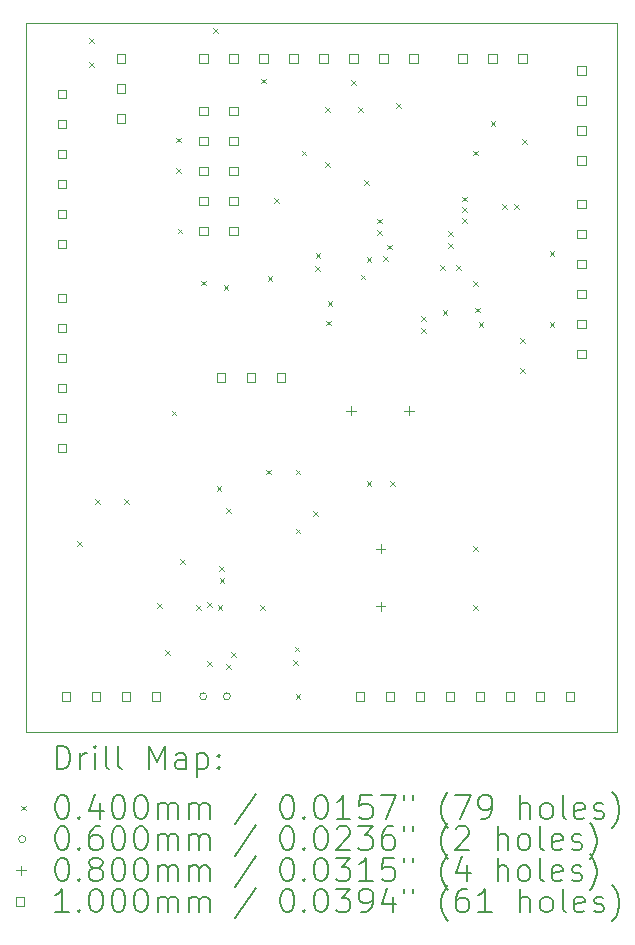
<source format=gbr>
%TF.GenerationSoftware,KiCad,Pcbnew,8.0.5*%
%TF.CreationDate,2025-01-12T20:26:02+01:00*%
%TF.ProjectId,wolkje-brain,776f6c6b-6a65-42d6-9272-61696e2e6b69,rev?*%
%TF.SameCoordinates,Original*%
%TF.FileFunction,Drillmap*%
%TF.FilePolarity,Positive*%
%FSLAX45Y45*%
G04 Gerber Fmt 4.5, Leading zero omitted, Abs format (unit mm)*
G04 Created by KiCad (PCBNEW 8.0.5) date 2025-01-12 20:26:02*
%MOMM*%
%LPD*%
G01*
G04 APERTURE LIST*
%ADD10C,0.100000*%
%ADD11C,0.200000*%
G04 APERTURE END LIST*
D10*
X5000000Y-5000000D02*
X10000000Y-5000000D01*
X10000000Y-11000000D01*
X5000000Y-11000000D01*
X5000000Y-5000000D01*
D11*
D10*
X5430000Y-9383750D02*
X5470000Y-9423750D01*
X5470000Y-9383750D02*
X5430000Y-9423750D01*
X5530000Y-5130000D02*
X5570000Y-5170000D01*
X5570000Y-5130000D02*
X5530000Y-5170000D01*
X5530000Y-5330000D02*
X5570000Y-5370000D01*
X5570000Y-5330000D02*
X5530000Y-5370000D01*
X5580000Y-9030000D02*
X5620000Y-9070000D01*
X5620000Y-9030000D02*
X5580000Y-9070000D01*
X5830000Y-9030000D02*
X5870000Y-9070000D01*
X5870000Y-9030000D02*
X5830000Y-9070000D01*
X6110000Y-9910000D02*
X6150000Y-9950000D01*
X6150000Y-9910000D02*
X6110000Y-9950000D01*
X6172500Y-10310000D02*
X6212500Y-10350000D01*
X6212500Y-10310000D02*
X6172500Y-10350000D01*
X6230000Y-8280000D02*
X6270000Y-8320000D01*
X6270000Y-8280000D02*
X6230000Y-8320000D01*
X6270000Y-5970000D02*
X6310000Y-6010000D01*
X6310000Y-5970000D02*
X6270000Y-6010000D01*
X6270000Y-6230000D02*
X6310000Y-6270000D01*
X6310000Y-6230000D02*
X6270000Y-6270000D01*
X6280000Y-6740000D02*
X6320000Y-6780000D01*
X6320000Y-6740000D02*
X6280000Y-6780000D01*
X6300000Y-9540000D02*
X6340000Y-9580000D01*
X6340000Y-9540000D02*
X6300000Y-9580000D01*
X6440000Y-9930000D02*
X6480000Y-9970000D01*
X6480000Y-9930000D02*
X6440000Y-9970000D01*
X6480000Y-7180000D02*
X6520000Y-7220000D01*
X6520000Y-7180000D02*
X6480000Y-7220000D01*
X6530000Y-9900000D02*
X6570000Y-9940000D01*
X6570000Y-9900000D02*
X6530000Y-9940000D01*
X6530000Y-10400000D02*
X6570000Y-10440000D01*
X6570000Y-10400000D02*
X6530000Y-10440000D01*
X6580000Y-5045000D02*
X6620000Y-5085000D01*
X6620000Y-5045000D02*
X6580000Y-5085000D01*
X6610000Y-8920000D02*
X6650000Y-8960000D01*
X6650000Y-8920000D02*
X6610000Y-8960000D01*
X6620000Y-9930000D02*
X6660000Y-9970000D01*
X6660000Y-9930000D02*
X6620000Y-9970000D01*
X6630000Y-9600000D02*
X6670000Y-9640000D01*
X6670000Y-9600000D02*
X6630000Y-9640000D01*
X6636066Y-9700000D02*
X6676066Y-9740000D01*
X6676066Y-9700000D02*
X6636066Y-9740000D01*
X6670000Y-7220000D02*
X6710000Y-7260000D01*
X6710000Y-7220000D02*
X6670000Y-7260000D01*
X6690000Y-9105000D02*
X6730000Y-9145000D01*
X6730000Y-9105000D02*
X6690000Y-9145000D01*
X6690000Y-10430000D02*
X6730000Y-10470000D01*
X6730000Y-10430000D02*
X6690000Y-10470000D01*
X6733033Y-10326967D02*
X6773033Y-10366967D01*
X6773033Y-10326967D02*
X6733033Y-10366967D01*
X6980000Y-9930000D02*
X7020000Y-9970000D01*
X7020000Y-9930000D02*
X6980000Y-9970000D01*
X6990000Y-5470000D02*
X7030000Y-5510000D01*
X7030000Y-5470000D02*
X6990000Y-5510000D01*
X7030000Y-8780000D02*
X7070000Y-8820000D01*
X7070000Y-8780000D02*
X7030000Y-8820000D01*
X7042677Y-7142677D02*
X7082677Y-7182677D01*
X7082677Y-7142677D02*
X7042677Y-7182677D01*
X7098840Y-6480000D02*
X7138840Y-6520000D01*
X7138840Y-6480000D02*
X7098840Y-6520000D01*
X7260000Y-10395000D02*
X7300000Y-10435000D01*
X7300000Y-10395000D02*
X7260000Y-10435000D01*
X7270000Y-10280000D02*
X7310000Y-10320000D01*
X7310000Y-10280000D02*
X7270000Y-10320000D01*
X7280000Y-8780000D02*
X7320000Y-8820000D01*
X7320000Y-8780000D02*
X7280000Y-8820000D01*
X7280000Y-9280000D02*
X7320000Y-9320000D01*
X7320000Y-9280000D02*
X7280000Y-9320000D01*
X7280000Y-10680000D02*
X7320000Y-10720000D01*
X7320000Y-10680000D02*
X7280000Y-10720000D01*
X7330000Y-6080000D02*
X7370000Y-6120000D01*
X7370000Y-6080000D02*
X7330000Y-6120000D01*
X7430000Y-9130000D02*
X7470000Y-9170000D01*
X7470000Y-9130000D02*
X7430000Y-9170000D01*
X7445000Y-7055000D02*
X7485000Y-7095000D01*
X7485000Y-7055000D02*
X7445000Y-7095000D01*
X7448895Y-6948593D02*
X7488895Y-6988593D01*
X7488895Y-6948593D02*
X7448895Y-6988593D01*
X7530000Y-5710000D02*
X7570000Y-5750000D01*
X7570000Y-5710000D02*
X7530000Y-5750000D01*
X7530000Y-6180000D02*
X7570000Y-6220000D01*
X7570000Y-6180000D02*
X7530000Y-6220000D01*
X7540000Y-7520000D02*
X7580000Y-7560000D01*
X7580000Y-7520000D02*
X7540000Y-7560000D01*
X7550000Y-7353033D02*
X7590000Y-7393033D01*
X7590000Y-7353033D02*
X7550000Y-7393033D01*
X7750000Y-5480000D02*
X7790000Y-5520000D01*
X7790000Y-5480000D02*
X7750000Y-5520000D01*
X7810000Y-5710000D02*
X7850000Y-5750000D01*
X7850000Y-5710000D02*
X7810000Y-5750000D01*
X7830000Y-7130000D02*
X7870000Y-7170000D01*
X7870000Y-7130000D02*
X7830000Y-7170000D01*
X7860000Y-6330000D02*
X7900000Y-6370000D01*
X7900000Y-6330000D02*
X7860000Y-6370000D01*
X7880000Y-6980000D02*
X7920000Y-7020000D01*
X7920000Y-6980000D02*
X7880000Y-7020000D01*
X7880000Y-8880000D02*
X7920000Y-8920000D01*
X7920000Y-8880000D02*
X7880000Y-8920000D01*
X7970000Y-6655000D02*
X8010000Y-6695000D01*
X8010000Y-6655000D02*
X7970000Y-6695000D01*
X7970000Y-6755000D02*
X8010000Y-6795000D01*
X8010000Y-6755000D02*
X7970000Y-6795000D01*
X8020000Y-6970000D02*
X8060000Y-7010000D01*
X8060000Y-6970000D02*
X8020000Y-7010000D01*
X8051623Y-6875131D02*
X8091623Y-6915131D01*
X8091623Y-6875131D02*
X8051623Y-6915131D01*
X8080000Y-8880000D02*
X8120000Y-8920000D01*
X8120000Y-8880000D02*
X8080000Y-8920000D01*
X8130000Y-5680000D02*
X8170000Y-5720000D01*
X8170000Y-5680000D02*
X8130000Y-5720000D01*
X8340000Y-7480000D02*
X8380000Y-7520000D01*
X8380000Y-7480000D02*
X8340000Y-7520000D01*
X8340000Y-7580000D02*
X8380000Y-7620000D01*
X8380000Y-7580000D02*
X8340000Y-7620000D01*
X8500000Y-7050000D02*
X8540000Y-7090000D01*
X8540000Y-7050000D02*
X8500000Y-7090000D01*
X8525206Y-7432294D02*
X8565206Y-7472294D01*
X8565206Y-7432294D02*
X8525206Y-7472294D01*
X8570000Y-6760000D02*
X8610000Y-6800000D01*
X8610000Y-6760000D02*
X8570000Y-6800000D01*
X8570000Y-6860000D02*
X8610000Y-6900000D01*
X8610000Y-6860000D02*
X8570000Y-6900000D01*
X8640000Y-7050000D02*
X8680000Y-7090000D01*
X8680000Y-7050000D02*
X8640000Y-7090000D01*
X8690000Y-6470000D02*
X8730000Y-6510000D01*
X8730000Y-6470000D02*
X8690000Y-6510000D01*
X8690000Y-6560000D02*
X8730000Y-6600000D01*
X8730000Y-6560000D02*
X8690000Y-6600000D01*
X8690000Y-6650000D02*
X8730000Y-6690000D01*
X8730000Y-6650000D02*
X8690000Y-6690000D01*
X8780000Y-6080000D02*
X8820000Y-6120000D01*
X8820000Y-6080000D02*
X8780000Y-6120000D01*
X8780000Y-7185000D02*
X8820000Y-7225000D01*
X8820000Y-7185000D02*
X8780000Y-7225000D01*
X8780000Y-9430000D02*
X8820000Y-9470000D01*
X8820000Y-9430000D02*
X8780000Y-9470000D01*
X8780000Y-9930000D02*
X8820000Y-9970000D01*
X8820000Y-9930000D02*
X8780000Y-9970000D01*
X8800000Y-7410000D02*
X8840000Y-7450000D01*
X8840000Y-7410000D02*
X8800000Y-7450000D01*
X8830000Y-7530000D02*
X8870000Y-7570000D01*
X8870000Y-7530000D02*
X8830000Y-7570000D01*
X8930000Y-5830000D02*
X8970000Y-5870000D01*
X8970000Y-5830000D02*
X8930000Y-5870000D01*
X9026967Y-6533033D02*
X9066967Y-6573033D01*
X9066967Y-6533033D02*
X9026967Y-6573033D01*
X9130000Y-6530000D02*
X9170000Y-6570000D01*
X9170000Y-6530000D02*
X9130000Y-6570000D01*
X9180000Y-7670000D02*
X9220000Y-7710000D01*
X9220000Y-7670000D02*
X9180000Y-7710000D01*
X9180000Y-7920000D02*
X9220000Y-7960000D01*
X9220000Y-7920000D02*
X9180000Y-7960000D01*
X9200000Y-5980000D02*
X9240000Y-6020000D01*
X9240000Y-5980000D02*
X9200000Y-6020000D01*
X9430000Y-6930000D02*
X9470000Y-6970000D01*
X9470000Y-6930000D02*
X9430000Y-6970000D01*
X9430000Y-7530000D02*
X9470000Y-7570000D01*
X9470000Y-7530000D02*
X9430000Y-7570000D01*
X6527260Y-10700000D02*
G75*
G02*
X6467260Y-10700000I-30000J0D01*
G01*
X6467260Y-10700000D02*
G75*
G02*
X6527260Y-10700000I30000J0D01*
G01*
X6727260Y-10700000D02*
G75*
G02*
X6667260Y-10700000I-30000J0D01*
G01*
X6667260Y-10700000D02*
G75*
G02*
X6727260Y-10700000I30000J0D01*
G01*
X7750000Y-8240000D02*
X7750000Y-8320000D01*
X7710000Y-8280000D02*
X7790000Y-8280000D01*
X8000000Y-9410000D02*
X8000000Y-9490000D01*
X7960000Y-9450000D02*
X8040000Y-9450000D01*
X8000000Y-9898000D02*
X8000000Y-9978000D01*
X7960000Y-9938000D02*
X8040000Y-9938000D01*
X8238000Y-8240000D02*
X8238000Y-8320000D01*
X8198000Y-8280000D02*
X8278000Y-8280000D01*
X5335356Y-5635356D02*
X5335356Y-5564644D01*
X5264644Y-5564644D01*
X5264644Y-5635356D01*
X5335356Y-5635356D01*
X5335356Y-5889356D02*
X5335356Y-5818644D01*
X5264644Y-5818644D01*
X5264644Y-5889356D01*
X5335356Y-5889356D01*
X5335356Y-6143356D02*
X5335356Y-6072644D01*
X5264644Y-6072644D01*
X5264644Y-6143356D01*
X5335356Y-6143356D01*
X5335356Y-6397356D02*
X5335356Y-6326644D01*
X5264644Y-6326644D01*
X5264644Y-6397356D01*
X5335356Y-6397356D01*
X5335356Y-6651356D02*
X5335356Y-6580644D01*
X5264644Y-6580644D01*
X5264644Y-6651356D01*
X5335356Y-6651356D01*
X5335356Y-6905356D02*
X5335356Y-6834644D01*
X5264644Y-6834644D01*
X5264644Y-6905356D01*
X5335356Y-6905356D01*
X5335356Y-7365356D02*
X5335356Y-7294644D01*
X5264644Y-7294644D01*
X5264644Y-7365356D01*
X5335356Y-7365356D01*
X5335356Y-7619356D02*
X5335356Y-7548644D01*
X5264644Y-7548644D01*
X5264644Y-7619356D01*
X5335356Y-7619356D01*
X5335356Y-7873356D02*
X5335356Y-7802644D01*
X5264644Y-7802644D01*
X5264644Y-7873356D01*
X5335356Y-7873356D01*
X5335356Y-8127356D02*
X5335356Y-8056644D01*
X5264644Y-8056644D01*
X5264644Y-8127356D01*
X5335356Y-8127356D01*
X5335356Y-8381356D02*
X5335356Y-8310644D01*
X5264644Y-8310644D01*
X5264644Y-8381356D01*
X5335356Y-8381356D01*
X5335356Y-8635356D02*
X5335356Y-8564644D01*
X5264644Y-8564644D01*
X5264644Y-8635356D01*
X5335356Y-8635356D01*
X5373356Y-10735356D02*
X5373356Y-10664644D01*
X5302644Y-10664644D01*
X5302644Y-10735356D01*
X5373356Y-10735356D01*
X5627356Y-10735356D02*
X5627356Y-10664644D01*
X5556644Y-10664644D01*
X5556644Y-10735356D01*
X5627356Y-10735356D01*
X5835356Y-5335356D02*
X5835356Y-5264644D01*
X5764644Y-5264644D01*
X5764644Y-5335356D01*
X5835356Y-5335356D01*
X5835356Y-5589356D02*
X5835356Y-5518644D01*
X5764644Y-5518644D01*
X5764644Y-5589356D01*
X5835356Y-5589356D01*
X5835356Y-5843356D02*
X5835356Y-5772644D01*
X5764644Y-5772644D01*
X5764644Y-5843356D01*
X5835356Y-5843356D01*
X5881356Y-10735356D02*
X5881356Y-10664644D01*
X5810644Y-10664644D01*
X5810644Y-10735356D01*
X5881356Y-10735356D01*
X6135356Y-10735356D02*
X6135356Y-10664644D01*
X6064644Y-10664644D01*
X6064644Y-10735356D01*
X6135356Y-10735356D01*
X6535356Y-5335356D02*
X6535356Y-5264644D01*
X6464644Y-5264644D01*
X6464644Y-5335356D01*
X6535356Y-5335356D01*
X6535356Y-5781356D02*
X6535356Y-5710644D01*
X6464644Y-5710644D01*
X6464644Y-5781356D01*
X6535356Y-5781356D01*
X6535356Y-6035356D02*
X6535356Y-5964644D01*
X6464644Y-5964644D01*
X6464644Y-6035356D01*
X6535356Y-6035356D01*
X6535356Y-6289356D02*
X6535356Y-6218644D01*
X6464644Y-6218644D01*
X6464644Y-6289356D01*
X6535356Y-6289356D01*
X6535356Y-6543356D02*
X6535356Y-6472644D01*
X6464644Y-6472644D01*
X6464644Y-6543356D01*
X6535356Y-6543356D01*
X6535356Y-6797356D02*
X6535356Y-6726644D01*
X6464644Y-6726644D01*
X6464644Y-6797356D01*
X6535356Y-6797356D01*
X6681356Y-8035356D02*
X6681356Y-7964644D01*
X6610644Y-7964644D01*
X6610644Y-8035356D01*
X6681356Y-8035356D01*
X6789356Y-5335356D02*
X6789356Y-5264644D01*
X6718644Y-5264644D01*
X6718644Y-5335356D01*
X6789356Y-5335356D01*
X6789356Y-5781356D02*
X6789356Y-5710644D01*
X6718644Y-5710644D01*
X6718644Y-5781356D01*
X6789356Y-5781356D01*
X6789356Y-6035356D02*
X6789356Y-5964644D01*
X6718644Y-5964644D01*
X6718644Y-6035356D01*
X6789356Y-6035356D01*
X6789356Y-6289356D02*
X6789356Y-6218644D01*
X6718644Y-6218644D01*
X6718644Y-6289356D01*
X6789356Y-6289356D01*
X6789356Y-6543356D02*
X6789356Y-6472644D01*
X6718644Y-6472644D01*
X6718644Y-6543356D01*
X6789356Y-6543356D01*
X6789356Y-6797356D02*
X6789356Y-6726644D01*
X6718644Y-6726644D01*
X6718644Y-6797356D01*
X6789356Y-6797356D01*
X6935356Y-8035356D02*
X6935356Y-7964644D01*
X6864644Y-7964644D01*
X6864644Y-8035356D01*
X6935356Y-8035356D01*
X7043356Y-5335356D02*
X7043356Y-5264644D01*
X6972644Y-5264644D01*
X6972644Y-5335356D01*
X7043356Y-5335356D01*
X7189356Y-8035356D02*
X7189356Y-7964644D01*
X7118644Y-7964644D01*
X7118644Y-8035356D01*
X7189356Y-8035356D01*
X7297356Y-5335356D02*
X7297356Y-5264644D01*
X7226644Y-5264644D01*
X7226644Y-5335356D01*
X7297356Y-5335356D01*
X7551356Y-5335356D02*
X7551356Y-5264644D01*
X7480644Y-5264644D01*
X7480644Y-5335356D01*
X7551356Y-5335356D01*
X7805356Y-5335356D02*
X7805356Y-5264644D01*
X7734644Y-5264644D01*
X7734644Y-5335356D01*
X7805356Y-5335356D01*
X7857356Y-10735356D02*
X7857356Y-10664644D01*
X7786644Y-10664644D01*
X7786644Y-10735356D01*
X7857356Y-10735356D01*
X8059356Y-5335356D02*
X8059356Y-5264644D01*
X7988644Y-5264644D01*
X7988644Y-5335356D01*
X8059356Y-5335356D01*
X8111356Y-10735356D02*
X8111356Y-10664644D01*
X8040644Y-10664644D01*
X8040644Y-10735356D01*
X8111356Y-10735356D01*
X8313356Y-5335356D02*
X8313356Y-5264644D01*
X8242644Y-5264644D01*
X8242644Y-5335356D01*
X8313356Y-5335356D01*
X8365356Y-10735356D02*
X8365356Y-10664644D01*
X8294644Y-10664644D01*
X8294644Y-10735356D01*
X8365356Y-10735356D01*
X8619356Y-10735356D02*
X8619356Y-10664644D01*
X8548644Y-10664644D01*
X8548644Y-10735356D01*
X8619356Y-10735356D01*
X8727356Y-5335356D02*
X8727356Y-5264644D01*
X8656644Y-5264644D01*
X8656644Y-5335356D01*
X8727356Y-5335356D01*
X8873356Y-10735356D02*
X8873356Y-10664644D01*
X8802644Y-10664644D01*
X8802644Y-10735356D01*
X8873356Y-10735356D01*
X8981356Y-5335356D02*
X8981356Y-5264644D01*
X8910644Y-5264644D01*
X8910644Y-5335356D01*
X8981356Y-5335356D01*
X9127356Y-10735356D02*
X9127356Y-10664644D01*
X9056644Y-10664644D01*
X9056644Y-10735356D01*
X9127356Y-10735356D01*
X9235356Y-5335356D02*
X9235356Y-5264644D01*
X9164644Y-5264644D01*
X9164644Y-5335356D01*
X9235356Y-5335356D01*
X9381356Y-10735356D02*
X9381356Y-10664644D01*
X9310644Y-10664644D01*
X9310644Y-10735356D01*
X9381356Y-10735356D01*
X9635356Y-10735356D02*
X9635356Y-10664644D01*
X9564644Y-10664644D01*
X9564644Y-10735356D01*
X9635356Y-10735356D01*
X9735356Y-5435356D02*
X9735356Y-5364644D01*
X9664644Y-5364644D01*
X9664644Y-5435356D01*
X9735356Y-5435356D01*
X9735356Y-5689356D02*
X9735356Y-5618644D01*
X9664644Y-5618644D01*
X9664644Y-5689356D01*
X9735356Y-5689356D01*
X9735356Y-5943356D02*
X9735356Y-5872644D01*
X9664644Y-5872644D01*
X9664644Y-5943356D01*
X9735356Y-5943356D01*
X9735356Y-6197356D02*
X9735356Y-6126644D01*
X9664644Y-6126644D01*
X9664644Y-6197356D01*
X9735356Y-6197356D01*
X9735356Y-6565356D02*
X9735356Y-6494644D01*
X9664644Y-6494644D01*
X9664644Y-6565356D01*
X9735356Y-6565356D01*
X9735356Y-6819356D02*
X9735356Y-6748644D01*
X9664644Y-6748644D01*
X9664644Y-6819356D01*
X9735356Y-6819356D01*
X9735356Y-7073356D02*
X9735356Y-7002644D01*
X9664644Y-7002644D01*
X9664644Y-7073356D01*
X9735356Y-7073356D01*
X9735356Y-7327356D02*
X9735356Y-7256644D01*
X9664644Y-7256644D01*
X9664644Y-7327356D01*
X9735356Y-7327356D01*
X9735356Y-7581356D02*
X9735356Y-7510644D01*
X9664644Y-7510644D01*
X9664644Y-7581356D01*
X9735356Y-7581356D01*
X9735356Y-7835356D02*
X9735356Y-7764644D01*
X9664644Y-7764644D01*
X9664644Y-7835356D01*
X9735356Y-7835356D01*
D11*
X5255777Y-11316484D02*
X5255777Y-11116484D01*
X5255777Y-11116484D02*
X5303396Y-11116484D01*
X5303396Y-11116484D02*
X5331967Y-11126008D01*
X5331967Y-11126008D02*
X5351015Y-11145055D01*
X5351015Y-11145055D02*
X5360539Y-11164103D01*
X5360539Y-11164103D02*
X5370063Y-11202198D01*
X5370063Y-11202198D02*
X5370063Y-11230769D01*
X5370063Y-11230769D02*
X5360539Y-11268865D01*
X5360539Y-11268865D02*
X5351015Y-11287912D01*
X5351015Y-11287912D02*
X5331967Y-11306960D01*
X5331967Y-11306960D02*
X5303396Y-11316484D01*
X5303396Y-11316484D02*
X5255777Y-11316484D01*
X5455777Y-11316484D02*
X5455777Y-11183150D01*
X5455777Y-11221246D02*
X5465301Y-11202198D01*
X5465301Y-11202198D02*
X5474824Y-11192674D01*
X5474824Y-11192674D02*
X5493872Y-11183150D01*
X5493872Y-11183150D02*
X5512920Y-11183150D01*
X5579586Y-11316484D02*
X5579586Y-11183150D01*
X5579586Y-11116484D02*
X5570063Y-11126008D01*
X5570063Y-11126008D02*
X5579586Y-11135531D01*
X5579586Y-11135531D02*
X5589110Y-11126008D01*
X5589110Y-11126008D02*
X5579586Y-11116484D01*
X5579586Y-11116484D02*
X5579586Y-11135531D01*
X5703396Y-11316484D02*
X5684348Y-11306960D01*
X5684348Y-11306960D02*
X5674824Y-11287912D01*
X5674824Y-11287912D02*
X5674824Y-11116484D01*
X5808158Y-11316484D02*
X5789110Y-11306960D01*
X5789110Y-11306960D02*
X5779586Y-11287912D01*
X5779586Y-11287912D02*
X5779586Y-11116484D01*
X6036729Y-11316484D02*
X6036729Y-11116484D01*
X6036729Y-11116484D02*
X6103396Y-11259341D01*
X6103396Y-11259341D02*
X6170062Y-11116484D01*
X6170062Y-11116484D02*
X6170062Y-11316484D01*
X6351015Y-11316484D02*
X6351015Y-11211722D01*
X6351015Y-11211722D02*
X6341491Y-11192674D01*
X6341491Y-11192674D02*
X6322443Y-11183150D01*
X6322443Y-11183150D02*
X6284348Y-11183150D01*
X6284348Y-11183150D02*
X6265301Y-11192674D01*
X6351015Y-11306960D02*
X6331967Y-11316484D01*
X6331967Y-11316484D02*
X6284348Y-11316484D01*
X6284348Y-11316484D02*
X6265301Y-11306960D01*
X6265301Y-11306960D02*
X6255777Y-11287912D01*
X6255777Y-11287912D02*
X6255777Y-11268865D01*
X6255777Y-11268865D02*
X6265301Y-11249817D01*
X6265301Y-11249817D02*
X6284348Y-11240293D01*
X6284348Y-11240293D02*
X6331967Y-11240293D01*
X6331967Y-11240293D02*
X6351015Y-11230769D01*
X6446253Y-11183150D02*
X6446253Y-11383150D01*
X6446253Y-11192674D02*
X6465301Y-11183150D01*
X6465301Y-11183150D02*
X6503396Y-11183150D01*
X6503396Y-11183150D02*
X6522443Y-11192674D01*
X6522443Y-11192674D02*
X6531967Y-11202198D01*
X6531967Y-11202198D02*
X6541491Y-11221246D01*
X6541491Y-11221246D02*
X6541491Y-11278388D01*
X6541491Y-11278388D02*
X6531967Y-11297436D01*
X6531967Y-11297436D02*
X6522443Y-11306960D01*
X6522443Y-11306960D02*
X6503396Y-11316484D01*
X6503396Y-11316484D02*
X6465301Y-11316484D01*
X6465301Y-11316484D02*
X6446253Y-11306960D01*
X6627205Y-11297436D02*
X6636729Y-11306960D01*
X6636729Y-11306960D02*
X6627205Y-11316484D01*
X6627205Y-11316484D02*
X6617682Y-11306960D01*
X6617682Y-11306960D02*
X6627205Y-11297436D01*
X6627205Y-11297436D02*
X6627205Y-11316484D01*
X6627205Y-11192674D02*
X6636729Y-11202198D01*
X6636729Y-11202198D02*
X6627205Y-11211722D01*
X6627205Y-11211722D02*
X6617682Y-11202198D01*
X6617682Y-11202198D02*
X6627205Y-11192674D01*
X6627205Y-11192674D02*
X6627205Y-11211722D01*
D10*
X4955000Y-11625000D02*
X4995000Y-11665000D01*
X4995000Y-11625000D02*
X4955000Y-11665000D01*
D11*
X5293872Y-11536484D02*
X5312920Y-11536484D01*
X5312920Y-11536484D02*
X5331967Y-11546008D01*
X5331967Y-11546008D02*
X5341491Y-11555531D01*
X5341491Y-11555531D02*
X5351015Y-11574579D01*
X5351015Y-11574579D02*
X5360539Y-11612674D01*
X5360539Y-11612674D02*
X5360539Y-11660293D01*
X5360539Y-11660293D02*
X5351015Y-11698388D01*
X5351015Y-11698388D02*
X5341491Y-11717436D01*
X5341491Y-11717436D02*
X5331967Y-11726960D01*
X5331967Y-11726960D02*
X5312920Y-11736484D01*
X5312920Y-11736484D02*
X5293872Y-11736484D01*
X5293872Y-11736484D02*
X5274824Y-11726960D01*
X5274824Y-11726960D02*
X5265301Y-11717436D01*
X5265301Y-11717436D02*
X5255777Y-11698388D01*
X5255777Y-11698388D02*
X5246253Y-11660293D01*
X5246253Y-11660293D02*
X5246253Y-11612674D01*
X5246253Y-11612674D02*
X5255777Y-11574579D01*
X5255777Y-11574579D02*
X5265301Y-11555531D01*
X5265301Y-11555531D02*
X5274824Y-11546008D01*
X5274824Y-11546008D02*
X5293872Y-11536484D01*
X5446253Y-11717436D02*
X5455777Y-11726960D01*
X5455777Y-11726960D02*
X5446253Y-11736484D01*
X5446253Y-11736484D02*
X5436729Y-11726960D01*
X5436729Y-11726960D02*
X5446253Y-11717436D01*
X5446253Y-11717436D02*
X5446253Y-11736484D01*
X5627205Y-11603150D02*
X5627205Y-11736484D01*
X5579586Y-11526960D02*
X5531967Y-11669817D01*
X5531967Y-11669817D02*
X5655777Y-11669817D01*
X5770062Y-11536484D02*
X5789110Y-11536484D01*
X5789110Y-11536484D02*
X5808158Y-11546008D01*
X5808158Y-11546008D02*
X5817682Y-11555531D01*
X5817682Y-11555531D02*
X5827205Y-11574579D01*
X5827205Y-11574579D02*
X5836729Y-11612674D01*
X5836729Y-11612674D02*
X5836729Y-11660293D01*
X5836729Y-11660293D02*
X5827205Y-11698388D01*
X5827205Y-11698388D02*
X5817682Y-11717436D01*
X5817682Y-11717436D02*
X5808158Y-11726960D01*
X5808158Y-11726960D02*
X5789110Y-11736484D01*
X5789110Y-11736484D02*
X5770062Y-11736484D01*
X5770062Y-11736484D02*
X5751015Y-11726960D01*
X5751015Y-11726960D02*
X5741491Y-11717436D01*
X5741491Y-11717436D02*
X5731967Y-11698388D01*
X5731967Y-11698388D02*
X5722443Y-11660293D01*
X5722443Y-11660293D02*
X5722443Y-11612674D01*
X5722443Y-11612674D02*
X5731967Y-11574579D01*
X5731967Y-11574579D02*
X5741491Y-11555531D01*
X5741491Y-11555531D02*
X5751015Y-11546008D01*
X5751015Y-11546008D02*
X5770062Y-11536484D01*
X5960539Y-11536484D02*
X5979586Y-11536484D01*
X5979586Y-11536484D02*
X5998634Y-11546008D01*
X5998634Y-11546008D02*
X6008158Y-11555531D01*
X6008158Y-11555531D02*
X6017682Y-11574579D01*
X6017682Y-11574579D02*
X6027205Y-11612674D01*
X6027205Y-11612674D02*
X6027205Y-11660293D01*
X6027205Y-11660293D02*
X6017682Y-11698388D01*
X6017682Y-11698388D02*
X6008158Y-11717436D01*
X6008158Y-11717436D02*
X5998634Y-11726960D01*
X5998634Y-11726960D02*
X5979586Y-11736484D01*
X5979586Y-11736484D02*
X5960539Y-11736484D01*
X5960539Y-11736484D02*
X5941491Y-11726960D01*
X5941491Y-11726960D02*
X5931967Y-11717436D01*
X5931967Y-11717436D02*
X5922443Y-11698388D01*
X5922443Y-11698388D02*
X5912920Y-11660293D01*
X5912920Y-11660293D02*
X5912920Y-11612674D01*
X5912920Y-11612674D02*
X5922443Y-11574579D01*
X5922443Y-11574579D02*
X5931967Y-11555531D01*
X5931967Y-11555531D02*
X5941491Y-11546008D01*
X5941491Y-11546008D02*
X5960539Y-11536484D01*
X6112920Y-11736484D02*
X6112920Y-11603150D01*
X6112920Y-11622198D02*
X6122443Y-11612674D01*
X6122443Y-11612674D02*
X6141491Y-11603150D01*
X6141491Y-11603150D02*
X6170063Y-11603150D01*
X6170063Y-11603150D02*
X6189110Y-11612674D01*
X6189110Y-11612674D02*
X6198634Y-11631722D01*
X6198634Y-11631722D02*
X6198634Y-11736484D01*
X6198634Y-11631722D02*
X6208158Y-11612674D01*
X6208158Y-11612674D02*
X6227205Y-11603150D01*
X6227205Y-11603150D02*
X6255777Y-11603150D01*
X6255777Y-11603150D02*
X6274824Y-11612674D01*
X6274824Y-11612674D02*
X6284348Y-11631722D01*
X6284348Y-11631722D02*
X6284348Y-11736484D01*
X6379586Y-11736484D02*
X6379586Y-11603150D01*
X6379586Y-11622198D02*
X6389110Y-11612674D01*
X6389110Y-11612674D02*
X6408158Y-11603150D01*
X6408158Y-11603150D02*
X6436729Y-11603150D01*
X6436729Y-11603150D02*
X6455777Y-11612674D01*
X6455777Y-11612674D02*
X6465301Y-11631722D01*
X6465301Y-11631722D02*
X6465301Y-11736484D01*
X6465301Y-11631722D02*
X6474824Y-11612674D01*
X6474824Y-11612674D02*
X6493872Y-11603150D01*
X6493872Y-11603150D02*
X6522443Y-11603150D01*
X6522443Y-11603150D02*
X6541491Y-11612674D01*
X6541491Y-11612674D02*
X6551015Y-11631722D01*
X6551015Y-11631722D02*
X6551015Y-11736484D01*
X6941491Y-11526960D02*
X6770063Y-11784103D01*
X7198634Y-11536484D02*
X7217682Y-11536484D01*
X7217682Y-11536484D02*
X7236729Y-11546008D01*
X7236729Y-11546008D02*
X7246253Y-11555531D01*
X7246253Y-11555531D02*
X7255777Y-11574579D01*
X7255777Y-11574579D02*
X7265301Y-11612674D01*
X7265301Y-11612674D02*
X7265301Y-11660293D01*
X7265301Y-11660293D02*
X7255777Y-11698388D01*
X7255777Y-11698388D02*
X7246253Y-11717436D01*
X7246253Y-11717436D02*
X7236729Y-11726960D01*
X7236729Y-11726960D02*
X7217682Y-11736484D01*
X7217682Y-11736484D02*
X7198634Y-11736484D01*
X7198634Y-11736484D02*
X7179586Y-11726960D01*
X7179586Y-11726960D02*
X7170063Y-11717436D01*
X7170063Y-11717436D02*
X7160539Y-11698388D01*
X7160539Y-11698388D02*
X7151015Y-11660293D01*
X7151015Y-11660293D02*
X7151015Y-11612674D01*
X7151015Y-11612674D02*
X7160539Y-11574579D01*
X7160539Y-11574579D02*
X7170063Y-11555531D01*
X7170063Y-11555531D02*
X7179586Y-11546008D01*
X7179586Y-11546008D02*
X7198634Y-11536484D01*
X7351015Y-11717436D02*
X7360539Y-11726960D01*
X7360539Y-11726960D02*
X7351015Y-11736484D01*
X7351015Y-11736484D02*
X7341491Y-11726960D01*
X7341491Y-11726960D02*
X7351015Y-11717436D01*
X7351015Y-11717436D02*
X7351015Y-11736484D01*
X7484348Y-11536484D02*
X7503396Y-11536484D01*
X7503396Y-11536484D02*
X7522444Y-11546008D01*
X7522444Y-11546008D02*
X7531967Y-11555531D01*
X7531967Y-11555531D02*
X7541491Y-11574579D01*
X7541491Y-11574579D02*
X7551015Y-11612674D01*
X7551015Y-11612674D02*
X7551015Y-11660293D01*
X7551015Y-11660293D02*
X7541491Y-11698388D01*
X7541491Y-11698388D02*
X7531967Y-11717436D01*
X7531967Y-11717436D02*
X7522444Y-11726960D01*
X7522444Y-11726960D02*
X7503396Y-11736484D01*
X7503396Y-11736484D02*
X7484348Y-11736484D01*
X7484348Y-11736484D02*
X7465301Y-11726960D01*
X7465301Y-11726960D02*
X7455777Y-11717436D01*
X7455777Y-11717436D02*
X7446253Y-11698388D01*
X7446253Y-11698388D02*
X7436729Y-11660293D01*
X7436729Y-11660293D02*
X7436729Y-11612674D01*
X7436729Y-11612674D02*
X7446253Y-11574579D01*
X7446253Y-11574579D02*
X7455777Y-11555531D01*
X7455777Y-11555531D02*
X7465301Y-11546008D01*
X7465301Y-11546008D02*
X7484348Y-11536484D01*
X7741491Y-11736484D02*
X7627206Y-11736484D01*
X7684348Y-11736484D02*
X7684348Y-11536484D01*
X7684348Y-11536484D02*
X7665301Y-11565055D01*
X7665301Y-11565055D02*
X7646253Y-11584103D01*
X7646253Y-11584103D02*
X7627206Y-11593627D01*
X7922444Y-11536484D02*
X7827206Y-11536484D01*
X7827206Y-11536484D02*
X7817682Y-11631722D01*
X7817682Y-11631722D02*
X7827206Y-11622198D01*
X7827206Y-11622198D02*
X7846253Y-11612674D01*
X7846253Y-11612674D02*
X7893872Y-11612674D01*
X7893872Y-11612674D02*
X7912920Y-11622198D01*
X7912920Y-11622198D02*
X7922444Y-11631722D01*
X7922444Y-11631722D02*
X7931967Y-11650769D01*
X7931967Y-11650769D02*
X7931967Y-11698388D01*
X7931967Y-11698388D02*
X7922444Y-11717436D01*
X7922444Y-11717436D02*
X7912920Y-11726960D01*
X7912920Y-11726960D02*
X7893872Y-11736484D01*
X7893872Y-11736484D02*
X7846253Y-11736484D01*
X7846253Y-11736484D02*
X7827206Y-11726960D01*
X7827206Y-11726960D02*
X7817682Y-11717436D01*
X7998634Y-11536484D02*
X8131967Y-11536484D01*
X8131967Y-11536484D02*
X8046253Y-11736484D01*
X8198634Y-11536484D02*
X8198634Y-11574579D01*
X8274825Y-11536484D02*
X8274825Y-11574579D01*
X8570063Y-11812674D02*
X8560539Y-11803150D01*
X8560539Y-11803150D02*
X8541491Y-11774579D01*
X8541491Y-11774579D02*
X8531968Y-11755531D01*
X8531968Y-11755531D02*
X8522444Y-11726960D01*
X8522444Y-11726960D02*
X8512920Y-11679341D01*
X8512920Y-11679341D02*
X8512920Y-11641246D01*
X8512920Y-11641246D02*
X8522444Y-11593627D01*
X8522444Y-11593627D02*
X8531968Y-11565055D01*
X8531968Y-11565055D02*
X8541491Y-11546008D01*
X8541491Y-11546008D02*
X8560539Y-11517436D01*
X8560539Y-11517436D02*
X8570063Y-11507912D01*
X8627206Y-11536484D02*
X8760539Y-11536484D01*
X8760539Y-11536484D02*
X8674825Y-11736484D01*
X8846253Y-11736484D02*
X8884349Y-11736484D01*
X8884349Y-11736484D02*
X8903396Y-11726960D01*
X8903396Y-11726960D02*
X8912920Y-11717436D01*
X8912920Y-11717436D02*
X8931968Y-11688865D01*
X8931968Y-11688865D02*
X8941491Y-11650769D01*
X8941491Y-11650769D02*
X8941491Y-11574579D01*
X8941491Y-11574579D02*
X8931968Y-11555531D01*
X8931968Y-11555531D02*
X8922444Y-11546008D01*
X8922444Y-11546008D02*
X8903396Y-11536484D01*
X8903396Y-11536484D02*
X8865301Y-11536484D01*
X8865301Y-11536484D02*
X8846253Y-11546008D01*
X8846253Y-11546008D02*
X8836730Y-11555531D01*
X8836730Y-11555531D02*
X8827206Y-11574579D01*
X8827206Y-11574579D02*
X8827206Y-11622198D01*
X8827206Y-11622198D02*
X8836730Y-11641246D01*
X8836730Y-11641246D02*
X8846253Y-11650769D01*
X8846253Y-11650769D02*
X8865301Y-11660293D01*
X8865301Y-11660293D02*
X8903396Y-11660293D01*
X8903396Y-11660293D02*
X8922444Y-11650769D01*
X8922444Y-11650769D02*
X8931968Y-11641246D01*
X8931968Y-11641246D02*
X8941491Y-11622198D01*
X9179587Y-11736484D02*
X9179587Y-11536484D01*
X9265301Y-11736484D02*
X9265301Y-11631722D01*
X9265301Y-11631722D02*
X9255777Y-11612674D01*
X9255777Y-11612674D02*
X9236730Y-11603150D01*
X9236730Y-11603150D02*
X9208158Y-11603150D01*
X9208158Y-11603150D02*
X9189111Y-11612674D01*
X9189111Y-11612674D02*
X9179587Y-11622198D01*
X9389111Y-11736484D02*
X9370063Y-11726960D01*
X9370063Y-11726960D02*
X9360539Y-11717436D01*
X9360539Y-11717436D02*
X9351015Y-11698388D01*
X9351015Y-11698388D02*
X9351015Y-11641246D01*
X9351015Y-11641246D02*
X9360539Y-11622198D01*
X9360539Y-11622198D02*
X9370063Y-11612674D01*
X9370063Y-11612674D02*
X9389111Y-11603150D01*
X9389111Y-11603150D02*
X9417682Y-11603150D01*
X9417682Y-11603150D02*
X9436730Y-11612674D01*
X9436730Y-11612674D02*
X9446253Y-11622198D01*
X9446253Y-11622198D02*
X9455777Y-11641246D01*
X9455777Y-11641246D02*
X9455777Y-11698388D01*
X9455777Y-11698388D02*
X9446253Y-11717436D01*
X9446253Y-11717436D02*
X9436730Y-11726960D01*
X9436730Y-11726960D02*
X9417682Y-11736484D01*
X9417682Y-11736484D02*
X9389111Y-11736484D01*
X9570063Y-11736484D02*
X9551015Y-11726960D01*
X9551015Y-11726960D02*
X9541492Y-11707912D01*
X9541492Y-11707912D02*
X9541492Y-11536484D01*
X9722444Y-11726960D02*
X9703396Y-11736484D01*
X9703396Y-11736484D02*
X9665301Y-11736484D01*
X9665301Y-11736484D02*
X9646253Y-11726960D01*
X9646253Y-11726960D02*
X9636730Y-11707912D01*
X9636730Y-11707912D02*
X9636730Y-11631722D01*
X9636730Y-11631722D02*
X9646253Y-11612674D01*
X9646253Y-11612674D02*
X9665301Y-11603150D01*
X9665301Y-11603150D02*
X9703396Y-11603150D01*
X9703396Y-11603150D02*
X9722444Y-11612674D01*
X9722444Y-11612674D02*
X9731968Y-11631722D01*
X9731968Y-11631722D02*
X9731968Y-11650769D01*
X9731968Y-11650769D02*
X9636730Y-11669817D01*
X9808158Y-11726960D02*
X9827206Y-11736484D01*
X9827206Y-11736484D02*
X9865301Y-11736484D01*
X9865301Y-11736484D02*
X9884349Y-11726960D01*
X9884349Y-11726960D02*
X9893873Y-11707912D01*
X9893873Y-11707912D02*
X9893873Y-11698388D01*
X9893873Y-11698388D02*
X9884349Y-11679341D01*
X9884349Y-11679341D02*
X9865301Y-11669817D01*
X9865301Y-11669817D02*
X9836730Y-11669817D01*
X9836730Y-11669817D02*
X9817682Y-11660293D01*
X9817682Y-11660293D02*
X9808158Y-11641246D01*
X9808158Y-11641246D02*
X9808158Y-11631722D01*
X9808158Y-11631722D02*
X9817682Y-11612674D01*
X9817682Y-11612674D02*
X9836730Y-11603150D01*
X9836730Y-11603150D02*
X9865301Y-11603150D01*
X9865301Y-11603150D02*
X9884349Y-11612674D01*
X9960539Y-11812674D02*
X9970063Y-11803150D01*
X9970063Y-11803150D02*
X9989111Y-11774579D01*
X9989111Y-11774579D02*
X9998634Y-11755531D01*
X9998634Y-11755531D02*
X10008158Y-11726960D01*
X10008158Y-11726960D02*
X10017682Y-11679341D01*
X10017682Y-11679341D02*
X10017682Y-11641246D01*
X10017682Y-11641246D02*
X10008158Y-11593627D01*
X10008158Y-11593627D02*
X9998634Y-11565055D01*
X9998634Y-11565055D02*
X9989111Y-11546008D01*
X9989111Y-11546008D02*
X9970063Y-11517436D01*
X9970063Y-11517436D02*
X9960539Y-11507912D01*
D10*
X4995000Y-11909000D02*
G75*
G02*
X4935000Y-11909000I-30000J0D01*
G01*
X4935000Y-11909000D02*
G75*
G02*
X4995000Y-11909000I30000J0D01*
G01*
D11*
X5293872Y-11800484D02*
X5312920Y-11800484D01*
X5312920Y-11800484D02*
X5331967Y-11810008D01*
X5331967Y-11810008D02*
X5341491Y-11819531D01*
X5341491Y-11819531D02*
X5351015Y-11838579D01*
X5351015Y-11838579D02*
X5360539Y-11876674D01*
X5360539Y-11876674D02*
X5360539Y-11924293D01*
X5360539Y-11924293D02*
X5351015Y-11962388D01*
X5351015Y-11962388D02*
X5341491Y-11981436D01*
X5341491Y-11981436D02*
X5331967Y-11990960D01*
X5331967Y-11990960D02*
X5312920Y-12000484D01*
X5312920Y-12000484D02*
X5293872Y-12000484D01*
X5293872Y-12000484D02*
X5274824Y-11990960D01*
X5274824Y-11990960D02*
X5265301Y-11981436D01*
X5265301Y-11981436D02*
X5255777Y-11962388D01*
X5255777Y-11962388D02*
X5246253Y-11924293D01*
X5246253Y-11924293D02*
X5246253Y-11876674D01*
X5246253Y-11876674D02*
X5255777Y-11838579D01*
X5255777Y-11838579D02*
X5265301Y-11819531D01*
X5265301Y-11819531D02*
X5274824Y-11810008D01*
X5274824Y-11810008D02*
X5293872Y-11800484D01*
X5446253Y-11981436D02*
X5455777Y-11990960D01*
X5455777Y-11990960D02*
X5446253Y-12000484D01*
X5446253Y-12000484D02*
X5436729Y-11990960D01*
X5436729Y-11990960D02*
X5446253Y-11981436D01*
X5446253Y-11981436D02*
X5446253Y-12000484D01*
X5627205Y-11800484D02*
X5589110Y-11800484D01*
X5589110Y-11800484D02*
X5570063Y-11810008D01*
X5570063Y-11810008D02*
X5560539Y-11819531D01*
X5560539Y-11819531D02*
X5541491Y-11848103D01*
X5541491Y-11848103D02*
X5531967Y-11886198D01*
X5531967Y-11886198D02*
X5531967Y-11962388D01*
X5531967Y-11962388D02*
X5541491Y-11981436D01*
X5541491Y-11981436D02*
X5551015Y-11990960D01*
X5551015Y-11990960D02*
X5570063Y-12000484D01*
X5570063Y-12000484D02*
X5608158Y-12000484D01*
X5608158Y-12000484D02*
X5627205Y-11990960D01*
X5627205Y-11990960D02*
X5636729Y-11981436D01*
X5636729Y-11981436D02*
X5646253Y-11962388D01*
X5646253Y-11962388D02*
X5646253Y-11914769D01*
X5646253Y-11914769D02*
X5636729Y-11895722D01*
X5636729Y-11895722D02*
X5627205Y-11886198D01*
X5627205Y-11886198D02*
X5608158Y-11876674D01*
X5608158Y-11876674D02*
X5570063Y-11876674D01*
X5570063Y-11876674D02*
X5551015Y-11886198D01*
X5551015Y-11886198D02*
X5541491Y-11895722D01*
X5541491Y-11895722D02*
X5531967Y-11914769D01*
X5770062Y-11800484D02*
X5789110Y-11800484D01*
X5789110Y-11800484D02*
X5808158Y-11810008D01*
X5808158Y-11810008D02*
X5817682Y-11819531D01*
X5817682Y-11819531D02*
X5827205Y-11838579D01*
X5827205Y-11838579D02*
X5836729Y-11876674D01*
X5836729Y-11876674D02*
X5836729Y-11924293D01*
X5836729Y-11924293D02*
X5827205Y-11962388D01*
X5827205Y-11962388D02*
X5817682Y-11981436D01*
X5817682Y-11981436D02*
X5808158Y-11990960D01*
X5808158Y-11990960D02*
X5789110Y-12000484D01*
X5789110Y-12000484D02*
X5770062Y-12000484D01*
X5770062Y-12000484D02*
X5751015Y-11990960D01*
X5751015Y-11990960D02*
X5741491Y-11981436D01*
X5741491Y-11981436D02*
X5731967Y-11962388D01*
X5731967Y-11962388D02*
X5722443Y-11924293D01*
X5722443Y-11924293D02*
X5722443Y-11876674D01*
X5722443Y-11876674D02*
X5731967Y-11838579D01*
X5731967Y-11838579D02*
X5741491Y-11819531D01*
X5741491Y-11819531D02*
X5751015Y-11810008D01*
X5751015Y-11810008D02*
X5770062Y-11800484D01*
X5960539Y-11800484D02*
X5979586Y-11800484D01*
X5979586Y-11800484D02*
X5998634Y-11810008D01*
X5998634Y-11810008D02*
X6008158Y-11819531D01*
X6008158Y-11819531D02*
X6017682Y-11838579D01*
X6017682Y-11838579D02*
X6027205Y-11876674D01*
X6027205Y-11876674D02*
X6027205Y-11924293D01*
X6027205Y-11924293D02*
X6017682Y-11962388D01*
X6017682Y-11962388D02*
X6008158Y-11981436D01*
X6008158Y-11981436D02*
X5998634Y-11990960D01*
X5998634Y-11990960D02*
X5979586Y-12000484D01*
X5979586Y-12000484D02*
X5960539Y-12000484D01*
X5960539Y-12000484D02*
X5941491Y-11990960D01*
X5941491Y-11990960D02*
X5931967Y-11981436D01*
X5931967Y-11981436D02*
X5922443Y-11962388D01*
X5922443Y-11962388D02*
X5912920Y-11924293D01*
X5912920Y-11924293D02*
X5912920Y-11876674D01*
X5912920Y-11876674D02*
X5922443Y-11838579D01*
X5922443Y-11838579D02*
X5931967Y-11819531D01*
X5931967Y-11819531D02*
X5941491Y-11810008D01*
X5941491Y-11810008D02*
X5960539Y-11800484D01*
X6112920Y-12000484D02*
X6112920Y-11867150D01*
X6112920Y-11886198D02*
X6122443Y-11876674D01*
X6122443Y-11876674D02*
X6141491Y-11867150D01*
X6141491Y-11867150D02*
X6170063Y-11867150D01*
X6170063Y-11867150D02*
X6189110Y-11876674D01*
X6189110Y-11876674D02*
X6198634Y-11895722D01*
X6198634Y-11895722D02*
X6198634Y-12000484D01*
X6198634Y-11895722D02*
X6208158Y-11876674D01*
X6208158Y-11876674D02*
X6227205Y-11867150D01*
X6227205Y-11867150D02*
X6255777Y-11867150D01*
X6255777Y-11867150D02*
X6274824Y-11876674D01*
X6274824Y-11876674D02*
X6284348Y-11895722D01*
X6284348Y-11895722D02*
X6284348Y-12000484D01*
X6379586Y-12000484D02*
X6379586Y-11867150D01*
X6379586Y-11886198D02*
X6389110Y-11876674D01*
X6389110Y-11876674D02*
X6408158Y-11867150D01*
X6408158Y-11867150D02*
X6436729Y-11867150D01*
X6436729Y-11867150D02*
X6455777Y-11876674D01*
X6455777Y-11876674D02*
X6465301Y-11895722D01*
X6465301Y-11895722D02*
X6465301Y-12000484D01*
X6465301Y-11895722D02*
X6474824Y-11876674D01*
X6474824Y-11876674D02*
X6493872Y-11867150D01*
X6493872Y-11867150D02*
X6522443Y-11867150D01*
X6522443Y-11867150D02*
X6541491Y-11876674D01*
X6541491Y-11876674D02*
X6551015Y-11895722D01*
X6551015Y-11895722D02*
X6551015Y-12000484D01*
X6941491Y-11790960D02*
X6770063Y-12048103D01*
X7198634Y-11800484D02*
X7217682Y-11800484D01*
X7217682Y-11800484D02*
X7236729Y-11810008D01*
X7236729Y-11810008D02*
X7246253Y-11819531D01*
X7246253Y-11819531D02*
X7255777Y-11838579D01*
X7255777Y-11838579D02*
X7265301Y-11876674D01*
X7265301Y-11876674D02*
X7265301Y-11924293D01*
X7265301Y-11924293D02*
X7255777Y-11962388D01*
X7255777Y-11962388D02*
X7246253Y-11981436D01*
X7246253Y-11981436D02*
X7236729Y-11990960D01*
X7236729Y-11990960D02*
X7217682Y-12000484D01*
X7217682Y-12000484D02*
X7198634Y-12000484D01*
X7198634Y-12000484D02*
X7179586Y-11990960D01*
X7179586Y-11990960D02*
X7170063Y-11981436D01*
X7170063Y-11981436D02*
X7160539Y-11962388D01*
X7160539Y-11962388D02*
X7151015Y-11924293D01*
X7151015Y-11924293D02*
X7151015Y-11876674D01*
X7151015Y-11876674D02*
X7160539Y-11838579D01*
X7160539Y-11838579D02*
X7170063Y-11819531D01*
X7170063Y-11819531D02*
X7179586Y-11810008D01*
X7179586Y-11810008D02*
X7198634Y-11800484D01*
X7351015Y-11981436D02*
X7360539Y-11990960D01*
X7360539Y-11990960D02*
X7351015Y-12000484D01*
X7351015Y-12000484D02*
X7341491Y-11990960D01*
X7341491Y-11990960D02*
X7351015Y-11981436D01*
X7351015Y-11981436D02*
X7351015Y-12000484D01*
X7484348Y-11800484D02*
X7503396Y-11800484D01*
X7503396Y-11800484D02*
X7522444Y-11810008D01*
X7522444Y-11810008D02*
X7531967Y-11819531D01*
X7531967Y-11819531D02*
X7541491Y-11838579D01*
X7541491Y-11838579D02*
X7551015Y-11876674D01*
X7551015Y-11876674D02*
X7551015Y-11924293D01*
X7551015Y-11924293D02*
X7541491Y-11962388D01*
X7541491Y-11962388D02*
X7531967Y-11981436D01*
X7531967Y-11981436D02*
X7522444Y-11990960D01*
X7522444Y-11990960D02*
X7503396Y-12000484D01*
X7503396Y-12000484D02*
X7484348Y-12000484D01*
X7484348Y-12000484D02*
X7465301Y-11990960D01*
X7465301Y-11990960D02*
X7455777Y-11981436D01*
X7455777Y-11981436D02*
X7446253Y-11962388D01*
X7446253Y-11962388D02*
X7436729Y-11924293D01*
X7436729Y-11924293D02*
X7436729Y-11876674D01*
X7436729Y-11876674D02*
X7446253Y-11838579D01*
X7446253Y-11838579D02*
X7455777Y-11819531D01*
X7455777Y-11819531D02*
X7465301Y-11810008D01*
X7465301Y-11810008D02*
X7484348Y-11800484D01*
X7627206Y-11819531D02*
X7636729Y-11810008D01*
X7636729Y-11810008D02*
X7655777Y-11800484D01*
X7655777Y-11800484D02*
X7703396Y-11800484D01*
X7703396Y-11800484D02*
X7722444Y-11810008D01*
X7722444Y-11810008D02*
X7731967Y-11819531D01*
X7731967Y-11819531D02*
X7741491Y-11838579D01*
X7741491Y-11838579D02*
X7741491Y-11857627D01*
X7741491Y-11857627D02*
X7731967Y-11886198D01*
X7731967Y-11886198D02*
X7617682Y-12000484D01*
X7617682Y-12000484D02*
X7741491Y-12000484D01*
X7808158Y-11800484D02*
X7931967Y-11800484D01*
X7931967Y-11800484D02*
X7865301Y-11876674D01*
X7865301Y-11876674D02*
X7893872Y-11876674D01*
X7893872Y-11876674D02*
X7912920Y-11886198D01*
X7912920Y-11886198D02*
X7922444Y-11895722D01*
X7922444Y-11895722D02*
X7931967Y-11914769D01*
X7931967Y-11914769D02*
X7931967Y-11962388D01*
X7931967Y-11962388D02*
X7922444Y-11981436D01*
X7922444Y-11981436D02*
X7912920Y-11990960D01*
X7912920Y-11990960D02*
X7893872Y-12000484D01*
X7893872Y-12000484D02*
X7836729Y-12000484D01*
X7836729Y-12000484D02*
X7817682Y-11990960D01*
X7817682Y-11990960D02*
X7808158Y-11981436D01*
X8103396Y-11800484D02*
X8065301Y-11800484D01*
X8065301Y-11800484D02*
X8046253Y-11810008D01*
X8046253Y-11810008D02*
X8036729Y-11819531D01*
X8036729Y-11819531D02*
X8017682Y-11848103D01*
X8017682Y-11848103D02*
X8008158Y-11886198D01*
X8008158Y-11886198D02*
X8008158Y-11962388D01*
X8008158Y-11962388D02*
X8017682Y-11981436D01*
X8017682Y-11981436D02*
X8027206Y-11990960D01*
X8027206Y-11990960D02*
X8046253Y-12000484D01*
X8046253Y-12000484D02*
X8084348Y-12000484D01*
X8084348Y-12000484D02*
X8103396Y-11990960D01*
X8103396Y-11990960D02*
X8112920Y-11981436D01*
X8112920Y-11981436D02*
X8122444Y-11962388D01*
X8122444Y-11962388D02*
X8122444Y-11914769D01*
X8122444Y-11914769D02*
X8112920Y-11895722D01*
X8112920Y-11895722D02*
X8103396Y-11886198D01*
X8103396Y-11886198D02*
X8084348Y-11876674D01*
X8084348Y-11876674D02*
X8046253Y-11876674D01*
X8046253Y-11876674D02*
X8027206Y-11886198D01*
X8027206Y-11886198D02*
X8017682Y-11895722D01*
X8017682Y-11895722D02*
X8008158Y-11914769D01*
X8198634Y-11800484D02*
X8198634Y-11838579D01*
X8274825Y-11800484D02*
X8274825Y-11838579D01*
X8570063Y-12076674D02*
X8560539Y-12067150D01*
X8560539Y-12067150D02*
X8541491Y-12038579D01*
X8541491Y-12038579D02*
X8531968Y-12019531D01*
X8531968Y-12019531D02*
X8522444Y-11990960D01*
X8522444Y-11990960D02*
X8512920Y-11943341D01*
X8512920Y-11943341D02*
X8512920Y-11905246D01*
X8512920Y-11905246D02*
X8522444Y-11857627D01*
X8522444Y-11857627D02*
X8531968Y-11829055D01*
X8531968Y-11829055D02*
X8541491Y-11810008D01*
X8541491Y-11810008D02*
X8560539Y-11781436D01*
X8560539Y-11781436D02*
X8570063Y-11771912D01*
X8636730Y-11819531D02*
X8646253Y-11810008D01*
X8646253Y-11810008D02*
X8665301Y-11800484D01*
X8665301Y-11800484D02*
X8712920Y-11800484D01*
X8712920Y-11800484D02*
X8731968Y-11810008D01*
X8731968Y-11810008D02*
X8741491Y-11819531D01*
X8741491Y-11819531D02*
X8751015Y-11838579D01*
X8751015Y-11838579D02*
X8751015Y-11857627D01*
X8751015Y-11857627D02*
X8741491Y-11886198D01*
X8741491Y-11886198D02*
X8627206Y-12000484D01*
X8627206Y-12000484D02*
X8751015Y-12000484D01*
X8989111Y-12000484D02*
X8989111Y-11800484D01*
X9074825Y-12000484D02*
X9074825Y-11895722D01*
X9074825Y-11895722D02*
X9065301Y-11876674D01*
X9065301Y-11876674D02*
X9046253Y-11867150D01*
X9046253Y-11867150D02*
X9017682Y-11867150D01*
X9017682Y-11867150D02*
X8998634Y-11876674D01*
X8998634Y-11876674D02*
X8989111Y-11886198D01*
X9198634Y-12000484D02*
X9179587Y-11990960D01*
X9179587Y-11990960D02*
X9170063Y-11981436D01*
X9170063Y-11981436D02*
X9160539Y-11962388D01*
X9160539Y-11962388D02*
X9160539Y-11905246D01*
X9160539Y-11905246D02*
X9170063Y-11886198D01*
X9170063Y-11886198D02*
X9179587Y-11876674D01*
X9179587Y-11876674D02*
X9198634Y-11867150D01*
X9198634Y-11867150D02*
X9227206Y-11867150D01*
X9227206Y-11867150D02*
X9246253Y-11876674D01*
X9246253Y-11876674D02*
X9255777Y-11886198D01*
X9255777Y-11886198D02*
X9265301Y-11905246D01*
X9265301Y-11905246D02*
X9265301Y-11962388D01*
X9265301Y-11962388D02*
X9255777Y-11981436D01*
X9255777Y-11981436D02*
X9246253Y-11990960D01*
X9246253Y-11990960D02*
X9227206Y-12000484D01*
X9227206Y-12000484D02*
X9198634Y-12000484D01*
X9379587Y-12000484D02*
X9360539Y-11990960D01*
X9360539Y-11990960D02*
X9351015Y-11971912D01*
X9351015Y-11971912D02*
X9351015Y-11800484D01*
X9531968Y-11990960D02*
X9512920Y-12000484D01*
X9512920Y-12000484D02*
X9474825Y-12000484D01*
X9474825Y-12000484D02*
X9455777Y-11990960D01*
X9455777Y-11990960D02*
X9446253Y-11971912D01*
X9446253Y-11971912D02*
X9446253Y-11895722D01*
X9446253Y-11895722D02*
X9455777Y-11876674D01*
X9455777Y-11876674D02*
X9474825Y-11867150D01*
X9474825Y-11867150D02*
X9512920Y-11867150D01*
X9512920Y-11867150D02*
X9531968Y-11876674D01*
X9531968Y-11876674D02*
X9541492Y-11895722D01*
X9541492Y-11895722D02*
X9541492Y-11914769D01*
X9541492Y-11914769D02*
X9446253Y-11933817D01*
X9617682Y-11990960D02*
X9636730Y-12000484D01*
X9636730Y-12000484D02*
X9674825Y-12000484D01*
X9674825Y-12000484D02*
X9693873Y-11990960D01*
X9693873Y-11990960D02*
X9703396Y-11971912D01*
X9703396Y-11971912D02*
X9703396Y-11962388D01*
X9703396Y-11962388D02*
X9693873Y-11943341D01*
X9693873Y-11943341D02*
X9674825Y-11933817D01*
X9674825Y-11933817D02*
X9646253Y-11933817D01*
X9646253Y-11933817D02*
X9627206Y-11924293D01*
X9627206Y-11924293D02*
X9617682Y-11905246D01*
X9617682Y-11905246D02*
X9617682Y-11895722D01*
X9617682Y-11895722D02*
X9627206Y-11876674D01*
X9627206Y-11876674D02*
X9646253Y-11867150D01*
X9646253Y-11867150D02*
X9674825Y-11867150D01*
X9674825Y-11867150D02*
X9693873Y-11876674D01*
X9770063Y-12076674D02*
X9779587Y-12067150D01*
X9779587Y-12067150D02*
X9798634Y-12038579D01*
X9798634Y-12038579D02*
X9808158Y-12019531D01*
X9808158Y-12019531D02*
X9817682Y-11990960D01*
X9817682Y-11990960D02*
X9827206Y-11943341D01*
X9827206Y-11943341D02*
X9827206Y-11905246D01*
X9827206Y-11905246D02*
X9817682Y-11857627D01*
X9817682Y-11857627D02*
X9808158Y-11829055D01*
X9808158Y-11829055D02*
X9798634Y-11810008D01*
X9798634Y-11810008D02*
X9779587Y-11781436D01*
X9779587Y-11781436D02*
X9770063Y-11771912D01*
D10*
X4955000Y-12133000D02*
X4955000Y-12213000D01*
X4915000Y-12173000D02*
X4995000Y-12173000D01*
D11*
X5293872Y-12064484D02*
X5312920Y-12064484D01*
X5312920Y-12064484D02*
X5331967Y-12074008D01*
X5331967Y-12074008D02*
X5341491Y-12083531D01*
X5341491Y-12083531D02*
X5351015Y-12102579D01*
X5351015Y-12102579D02*
X5360539Y-12140674D01*
X5360539Y-12140674D02*
X5360539Y-12188293D01*
X5360539Y-12188293D02*
X5351015Y-12226388D01*
X5351015Y-12226388D02*
X5341491Y-12245436D01*
X5341491Y-12245436D02*
X5331967Y-12254960D01*
X5331967Y-12254960D02*
X5312920Y-12264484D01*
X5312920Y-12264484D02*
X5293872Y-12264484D01*
X5293872Y-12264484D02*
X5274824Y-12254960D01*
X5274824Y-12254960D02*
X5265301Y-12245436D01*
X5265301Y-12245436D02*
X5255777Y-12226388D01*
X5255777Y-12226388D02*
X5246253Y-12188293D01*
X5246253Y-12188293D02*
X5246253Y-12140674D01*
X5246253Y-12140674D02*
X5255777Y-12102579D01*
X5255777Y-12102579D02*
X5265301Y-12083531D01*
X5265301Y-12083531D02*
X5274824Y-12074008D01*
X5274824Y-12074008D02*
X5293872Y-12064484D01*
X5446253Y-12245436D02*
X5455777Y-12254960D01*
X5455777Y-12254960D02*
X5446253Y-12264484D01*
X5446253Y-12264484D02*
X5436729Y-12254960D01*
X5436729Y-12254960D02*
X5446253Y-12245436D01*
X5446253Y-12245436D02*
X5446253Y-12264484D01*
X5570063Y-12150198D02*
X5551015Y-12140674D01*
X5551015Y-12140674D02*
X5541491Y-12131150D01*
X5541491Y-12131150D02*
X5531967Y-12112103D01*
X5531967Y-12112103D02*
X5531967Y-12102579D01*
X5531967Y-12102579D02*
X5541491Y-12083531D01*
X5541491Y-12083531D02*
X5551015Y-12074008D01*
X5551015Y-12074008D02*
X5570063Y-12064484D01*
X5570063Y-12064484D02*
X5608158Y-12064484D01*
X5608158Y-12064484D02*
X5627205Y-12074008D01*
X5627205Y-12074008D02*
X5636729Y-12083531D01*
X5636729Y-12083531D02*
X5646253Y-12102579D01*
X5646253Y-12102579D02*
X5646253Y-12112103D01*
X5646253Y-12112103D02*
X5636729Y-12131150D01*
X5636729Y-12131150D02*
X5627205Y-12140674D01*
X5627205Y-12140674D02*
X5608158Y-12150198D01*
X5608158Y-12150198D02*
X5570063Y-12150198D01*
X5570063Y-12150198D02*
X5551015Y-12159722D01*
X5551015Y-12159722D02*
X5541491Y-12169246D01*
X5541491Y-12169246D02*
X5531967Y-12188293D01*
X5531967Y-12188293D02*
X5531967Y-12226388D01*
X5531967Y-12226388D02*
X5541491Y-12245436D01*
X5541491Y-12245436D02*
X5551015Y-12254960D01*
X5551015Y-12254960D02*
X5570063Y-12264484D01*
X5570063Y-12264484D02*
X5608158Y-12264484D01*
X5608158Y-12264484D02*
X5627205Y-12254960D01*
X5627205Y-12254960D02*
X5636729Y-12245436D01*
X5636729Y-12245436D02*
X5646253Y-12226388D01*
X5646253Y-12226388D02*
X5646253Y-12188293D01*
X5646253Y-12188293D02*
X5636729Y-12169246D01*
X5636729Y-12169246D02*
X5627205Y-12159722D01*
X5627205Y-12159722D02*
X5608158Y-12150198D01*
X5770062Y-12064484D02*
X5789110Y-12064484D01*
X5789110Y-12064484D02*
X5808158Y-12074008D01*
X5808158Y-12074008D02*
X5817682Y-12083531D01*
X5817682Y-12083531D02*
X5827205Y-12102579D01*
X5827205Y-12102579D02*
X5836729Y-12140674D01*
X5836729Y-12140674D02*
X5836729Y-12188293D01*
X5836729Y-12188293D02*
X5827205Y-12226388D01*
X5827205Y-12226388D02*
X5817682Y-12245436D01*
X5817682Y-12245436D02*
X5808158Y-12254960D01*
X5808158Y-12254960D02*
X5789110Y-12264484D01*
X5789110Y-12264484D02*
X5770062Y-12264484D01*
X5770062Y-12264484D02*
X5751015Y-12254960D01*
X5751015Y-12254960D02*
X5741491Y-12245436D01*
X5741491Y-12245436D02*
X5731967Y-12226388D01*
X5731967Y-12226388D02*
X5722443Y-12188293D01*
X5722443Y-12188293D02*
X5722443Y-12140674D01*
X5722443Y-12140674D02*
X5731967Y-12102579D01*
X5731967Y-12102579D02*
X5741491Y-12083531D01*
X5741491Y-12083531D02*
X5751015Y-12074008D01*
X5751015Y-12074008D02*
X5770062Y-12064484D01*
X5960539Y-12064484D02*
X5979586Y-12064484D01*
X5979586Y-12064484D02*
X5998634Y-12074008D01*
X5998634Y-12074008D02*
X6008158Y-12083531D01*
X6008158Y-12083531D02*
X6017682Y-12102579D01*
X6017682Y-12102579D02*
X6027205Y-12140674D01*
X6027205Y-12140674D02*
X6027205Y-12188293D01*
X6027205Y-12188293D02*
X6017682Y-12226388D01*
X6017682Y-12226388D02*
X6008158Y-12245436D01*
X6008158Y-12245436D02*
X5998634Y-12254960D01*
X5998634Y-12254960D02*
X5979586Y-12264484D01*
X5979586Y-12264484D02*
X5960539Y-12264484D01*
X5960539Y-12264484D02*
X5941491Y-12254960D01*
X5941491Y-12254960D02*
X5931967Y-12245436D01*
X5931967Y-12245436D02*
X5922443Y-12226388D01*
X5922443Y-12226388D02*
X5912920Y-12188293D01*
X5912920Y-12188293D02*
X5912920Y-12140674D01*
X5912920Y-12140674D02*
X5922443Y-12102579D01*
X5922443Y-12102579D02*
X5931967Y-12083531D01*
X5931967Y-12083531D02*
X5941491Y-12074008D01*
X5941491Y-12074008D02*
X5960539Y-12064484D01*
X6112920Y-12264484D02*
X6112920Y-12131150D01*
X6112920Y-12150198D02*
X6122443Y-12140674D01*
X6122443Y-12140674D02*
X6141491Y-12131150D01*
X6141491Y-12131150D02*
X6170063Y-12131150D01*
X6170063Y-12131150D02*
X6189110Y-12140674D01*
X6189110Y-12140674D02*
X6198634Y-12159722D01*
X6198634Y-12159722D02*
X6198634Y-12264484D01*
X6198634Y-12159722D02*
X6208158Y-12140674D01*
X6208158Y-12140674D02*
X6227205Y-12131150D01*
X6227205Y-12131150D02*
X6255777Y-12131150D01*
X6255777Y-12131150D02*
X6274824Y-12140674D01*
X6274824Y-12140674D02*
X6284348Y-12159722D01*
X6284348Y-12159722D02*
X6284348Y-12264484D01*
X6379586Y-12264484D02*
X6379586Y-12131150D01*
X6379586Y-12150198D02*
X6389110Y-12140674D01*
X6389110Y-12140674D02*
X6408158Y-12131150D01*
X6408158Y-12131150D02*
X6436729Y-12131150D01*
X6436729Y-12131150D02*
X6455777Y-12140674D01*
X6455777Y-12140674D02*
X6465301Y-12159722D01*
X6465301Y-12159722D02*
X6465301Y-12264484D01*
X6465301Y-12159722D02*
X6474824Y-12140674D01*
X6474824Y-12140674D02*
X6493872Y-12131150D01*
X6493872Y-12131150D02*
X6522443Y-12131150D01*
X6522443Y-12131150D02*
X6541491Y-12140674D01*
X6541491Y-12140674D02*
X6551015Y-12159722D01*
X6551015Y-12159722D02*
X6551015Y-12264484D01*
X6941491Y-12054960D02*
X6770063Y-12312103D01*
X7198634Y-12064484D02*
X7217682Y-12064484D01*
X7217682Y-12064484D02*
X7236729Y-12074008D01*
X7236729Y-12074008D02*
X7246253Y-12083531D01*
X7246253Y-12083531D02*
X7255777Y-12102579D01*
X7255777Y-12102579D02*
X7265301Y-12140674D01*
X7265301Y-12140674D02*
X7265301Y-12188293D01*
X7265301Y-12188293D02*
X7255777Y-12226388D01*
X7255777Y-12226388D02*
X7246253Y-12245436D01*
X7246253Y-12245436D02*
X7236729Y-12254960D01*
X7236729Y-12254960D02*
X7217682Y-12264484D01*
X7217682Y-12264484D02*
X7198634Y-12264484D01*
X7198634Y-12264484D02*
X7179586Y-12254960D01*
X7179586Y-12254960D02*
X7170063Y-12245436D01*
X7170063Y-12245436D02*
X7160539Y-12226388D01*
X7160539Y-12226388D02*
X7151015Y-12188293D01*
X7151015Y-12188293D02*
X7151015Y-12140674D01*
X7151015Y-12140674D02*
X7160539Y-12102579D01*
X7160539Y-12102579D02*
X7170063Y-12083531D01*
X7170063Y-12083531D02*
X7179586Y-12074008D01*
X7179586Y-12074008D02*
X7198634Y-12064484D01*
X7351015Y-12245436D02*
X7360539Y-12254960D01*
X7360539Y-12254960D02*
X7351015Y-12264484D01*
X7351015Y-12264484D02*
X7341491Y-12254960D01*
X7341491Y-12254960D02*
X7351015Y-12245436D01*
X7351015Y-12245436D02*
X7351015Y-12264484D01*
X7484348Y-12064484D02*
X7503396Y-12064484D01*
X7503396Y-12064484D02*
X7522444Y-12074008D01*
X7522444Y-12074008D02*
X7531967Y-12083531D01*
X7531967Y-12083531D02*
X7541491Y-12102579D01*
X7541491Y-12102579D02*
X7551015Y-12140674D01*
X7551015Y-12140674D02*
X7551015Y-12188293D01*
X7551015Y-12188293D02*
X7541491Y-12226388D01*
X7541491Y-12226388D02*
X7531967Y-12245436D01*
X7531967Y-12245436D02*
X7522444Y-12254960D01*
X7522444Y-12254960D02*
X7503396Y-12264484D01*
X7503396Y-12264484D02*
X7484348Y-12264484D01*
X7484348Y-12264484D02*
X7465301Y-12254960D01*
X7465301Y-12254960D02*
X7455777Y-12245436D01*
X7455777Y-12245436D02*
X7446253Y-12226388D01*
X7446253Y-12226388D02*
X7436729Y-12188293D01*
X7436729Y-12188293D02*
X7436729Y-12140674D01*
X7436729Y-12140674D02*
X7446253Y-12102579D01*
X7446253Y-12102579D02*
X7455777Y-12083531D01*
X7455777Y-12083531D02*
X7465301Y-12074008D01*
X7465301Y-12074008D02*
X7484348Y-12064484D01*
X7617682Y-12064484D02*
X7741491Y-12064484D01*
X7741491Y-12064484D02*
X7674825Y-12140674D01*
X7674825Y-12140674D02*
X7703396Y-12140674D01*
X7703396Y-12140674D02*
X7722444Y-12150198D01*
X7722444Y-12150198D02*
X7731967Y-12159722D01*
X7731967Y-12159722D02*
X7741491Y-12178769D01*
X7741491Y-12178769D02*
X7741491Y-12226388D01*
X7741491Y-12226388D02*
X7731967Y-12245436D01*
X7731967Y-12245436D02*
X7722444Y-12254960D01*
X7722444Y-12254960D02*
X7703396Y-12264484D01*
X7703396Y-12264484D02*
X7646253Y-12264484D01*
X7646253Y-12264484D02*
X7627206Y-12254960D01*
X7627206Y-12254960D02*
X7617682Y-12245436D01*
X7931967Y-12264484D02*
X7817682Y-12264484D01*
X7874825Y-12264484D02*
X7874825Y-12064484D01*
X7874825Y-12064484D02*
X7855777Y-12093055D01*
X7855777Y-12093055D02*
X7836729Y-12112103D01*
X7836729Y-12112103D02*
X7817682Y-12121627D01*
X8112920Y-12064484D02*
X8017682Y-12064484D01*
X8017682Y-12064484D02*
X8008158Y-12159722D01*
X8008158Y-12159722D02*
X8017682Y-12150198D01*
X8017682Y-12150198D02*
X8036729Y-12140674D01*
X8036729Y-12140674D02*
X8084348Y-12140674D01*
X8084348Y-12140674D02*
X8103396Y-12150198D01*
X8103396Y-12150198D02*
X8112920Y-12159722D01*
X8112920Y-12159722D02*
X8122444Y-12178769D01*
X8122444Y-12178769D02*
X8122444Y-12226388D01*
X8122444Y-12226388D02*
X8112920Y-12245436D01*
X8112920Y-12245436D02*
X8103396Y-12254960D01*
X8103396Y-12254960D02*
X8084348Y-12264484D01*
X8084348Y-12264484D02*
X8036729Y-12264484D01*
X8036729Y-12264484D02*
X8017682Y-12254960D01*
X8017682Y-12254960D02*
X8008158Y-12245436D01*
X8198634Y-12064484D02*
X8198634Y-12102579D01*
X8274825Y-12064484D02*
X8274825Y-12102579D01*
X8570063Y-12340674D02*
X8560539Y-12331150D01*
X8560539Y-12331150D02*
X8541491Y-12302579D01*
X8541491Y-12302579D02*
X8531968Y-12283531D01*
X8531968Y-12283531D02*
X8522444Y-12254960D01*
X8522444Y-12254960D02*
X8512920Y-12207341D01*
X8512920Y-12207341D02*
X8512920Y-12169246D01*
X8512920Y-12169246D02*
X8522444Y-12121627D01*
X8522444Y-12121627D02*
X8531968Y-12093055D01*
X8531968Y-12093055D02*
X8541491Y-12074008D01*
X8541491Y-12074008D02*
X8560539Y-12045436D01*
X8560539Y-12045436D02*
X8570063Y-12035912D01*
X8731968Y-12131150D02*
X8731968Y-12264484D01*
X8684349Y-12054960D02*
X8636730Y-12197817D01*
X8636730Y-12197817D02*
X8760539Y-12197817D01*
X8989111Y-12264484D02*
X8989111Y-12064484D01*
X9074825Y-12264484D02*
X9074825Y-12159722D01*
X9074825Y-12159722D02*
X9065301Y-12140674D01*
X9065301Y-12140674D02*
X9046253Y-12131150D01*
X9046253Y-12131150D02*
X9017682Y-12131150D01*
X9017682Y-12131150D02*
X8998634Y-12140674D01*
X8998634Y-12140674D02*
X8989111Y-12150198D01*
X9198634Y-12264484D02*
X9179587Y-12254960D01*
X9179587Y-12254960D02*
X9170063Y-12245436D01*
X9170063Y-12245436D02*
X9160539Y-12226388D01*
X9160539Y-12226388D02*
X9160539Y-12169246D01*
X9160539Y-12169246D02*
X9170063Y-12150198D01*
X9170063Y-12150198D02*
X9179587Y-12140674D01*
X9179587Y-12140674D02*
X9198634Y-12131150D01*
X9198634Y-12131150D02*
X9227206Y-12131150D01*
X9227206Y-12131150D02*
X9246253Y-12140674D01*
X9246253Y-12140674D02*
X9255777Y-12150198D01*
X9255777Y-12150198D02*
X9265301Y-12169246D01*
X9265301Y-12169246D02*
X9265301Y-12226388D01*
X9265301Y-12226388D02*
X9255777Y-12245436D01*
X9255777Y-12245436D02*
X9246253Y-12254960D01*
X9246253Y-12254960D02*
X9227206Y-12264484D01*
X9227206Y-12264484D02*
X9198634Y-12264484D01*
X9379587Y-12264484D02*
X9360539Y-12254960D01*
X9360539Y-12254960D02*
X9351015Y-12235912D01*
X9351015Y-12235912D02*
X9351015Y-12064484D01*
X9531968Y-12254960D02*
X9512920Y-12264484D01*
X9512920Y-12264484D02*
X9474825Y-12264484D01*
X9474825Y-12264484D02*
X9455777Y-12254960D01*
X9455777Y-12254960D02*
X9446253Y-12235912D01*
X9446253Y-12235912D02*
X9446253Y-12159722D01*
X9446253Y-12159722D02*
X9455777Y-12140674D01*
X9455777Y-12140674D02*
X9474825Y-12131150D01*
X9474825Y-12131150D02*
X9512920Y-12131150D01*
X9512920Y-12131150D02*
X9531968Y-12140674D01*
X9531968Y-12140674D02*
X9541492Y-12159722D01*
X9541492Y-12159722D02*
X9541492Y-12178769D01*
X9541492Y-12178769D02*
X9446253Y-12197817D01*
X9617682Y-12254960D02*
X9636730Y-12264484D01*
X9636730Y-12264484D02*
X9674825Y-12264484D01*
X9674825Y-12264484D02*
X9693873Y-12254960D01*
X9693873Y-12254960D02*
X9703396Y-12235912D01*
X9703396Y-12235912D02*
X9703396Y-12226388D01*
X9703396Y-12226388D02*
X9693873Y-12207341D01*
X9693873Y-12207341D02*
X9674825Y-12197817D01*
X9674825Y-12197817D02*
X9646253Y-12197817D01*
X9646253Y-12197817D02*
X9627206Y-12188293D01*
X9627206Y-12188293D02*
X9617682Y-12169246D01*
X9617682Y-12169246D02*
X9617682Y-12159722D01*
X9617682Y-12159722D02*
X9627206Y-12140674D01*
X9627206Y-12140674D02*
X9646253Y-12131150D01*
X9646253Y-12131150D02*
X9674825Y-12131150D01*
X9674825Y-12131150D02*
X9693873Y-12140674D01*
X9770063Y-12340674D02*
X9779587Y-12331150D01*
X9779587Y-12331150D02*
X9798634Y-12302579D01*
X9798634Y-12302579D02*
X9808158Y-12283531D01*
X9808158Y-12283531D02*
X9817682Y-12254960D01*
X9817682Y-12254960D02*
X9827206Y-12207341D01*
X9827206Y-12207341D02*
X9827206Y-12169246D01*
X9827206Y-12169246D02*
X9817682Y-12121627D01*
X9817682Y-12121627D02*
X9808158Y-12093055D01*
X9808158Y-12093055D02*
X9798634Y-12074008D01*
X9798634Y-12074008D02*
X9779587Y-12045436D01*
X9779587Y-12045436D02*
X9770063Y-12035912D01*
D10*
X4980356Y-12472356D02*
X4980356Y-12401644D01*
X4909644Y-12401644D01*
X4909644Y-12472356D01*
X4980356Y-12472356D01*
D11*
X5360539Y-12528484D02*
X5246253Y-12528484D01*
X5303396Y-12528484D02*
X5303396Y-12328484D01*
X5303396Y-12328484D02*
X5284348Y-12357055D01*
X5284348Y-12357055D02*
X5265301Y-12376103D01*
X5265301Y-12376103D02*
X5246253Y-12385627D01*
X5446253Y-12509436D02*
X5455777Y-12518960D01*
X5455777Y-12518960D02*
X5446253Y-12528484D01*
X5446253Y-12528484D02*
X5436729Y-12518960D01*
X5436729Y-12518960D02*
X5446253Y-12509436D01*
X5446253Y-12509436D02*
X5446253Y-12528484D01*
X5579586Y-12328484D02*
X5598634Y-12328484D01*
X5598634Y-12328484D02*
X5617682Y-12338008D01*
X5617682Y-12338008D02*
X5627205Y-12347531D01*
X5627205Y-12347531D02*
X5636729Y-12366579D01*
X5636729Y-12366579D02*
X5646253Y-12404674D01*
X5646253Y-12404674D02*
X5646253Y-12452293D01*
X5646253Y-12452293D02*
X5636729Y-12490388D01*
X5636729Y-12490388D02*
X5627205Y-12509436D01*
X5627205Y-12509436D02*
X5617682Y-12518960D01*
X5617682Y-12518960D02*
X5598634Y-12528484D01*
X5598634Y-12528484D02*
X5579586Y-12528484D01*
X5579586Y-12528484D02*
X5560539Y-12518960D01*
X5560539Y-12518960D02*
X5551015Y-12509436D01*
X5551015Y-12509436D02*
X5541491Y-12490388D01*
X5541491Y-12490388D02*
X5531967Y-12452293D01*
X5531967Y-12452293D02*
X5531967Y-12404674D01*
X5531967Y-12404674D02*
X5541491Y-12366579D01*
X5541491Y-12366579D02*
X5551015Y-12347531D01*
X5551015Y-12347531D02*
X5560539Y-12338008D01*
X5560539Y-12338008D02*
X5579586Y-12328484D01*
X5770062Y-12328484D02*
X5789110Y-12328484D01*
X5789110Y-12328484D02*
X5808158Y-12338008D01*
X5808158Y-12338008D02*
X5817682Y-12347531D01*
X5817682Y-12347531D02*
X5827205Y-12366579D01*
X5827205Y-12366579D02*
X5836729Y-12404674D01*
X5836729Y-12404674D02*
X5836729Y-12452293D01*
X5836729Y-12452293D02*
X5827205Y-12490388D01*
X5827205Y-12490388D02*
X5817682Y-12509436D01*
X5817682Y-12509436D02*
X5808158Y-12518960D01*
X5808158Y-12518960D02*
X5789110Y-12528484D01*
X5789110Y-12528484D02*
X5770062Y-12528484D01*
X5770062Y-12528484D02*
X5751015Y-12518960D01*
X5751015Y-12518960D02*
X5741491Y-12509436D01*
X5741491Y-12509436D02*
X5731967Y-12490388D01*
X5731967Y-12490388D02*
X5722443Y-12452293D01*
X5722443Y-12452293D02*
X5722443Y-12404674D01*
X5722443Y-12404674D02*
X5731967Y-12366579D01*
X5731967Y-12366579D02*
X5741491Y-12347531D01*
X5741491Y-12347531D02*
X5751015Y-12338008D01*
X5751015Y-12338008D02*
X5770062Y-12328484D01*
X5960539Y-12328484D02*
X5979586Y-12328484D01*
X5979586Y-12328484D02*
X5998634Y-12338008D01*
X5998634Y-12338008D02*
X6008158Y-12347531D01*
X6008158Y-12347531D02*
X6017682Y-12366579D01*
X6017682Y-12366579D02*
X6027205Y-12404674D01*
X6027205Y-12404674D02*
X6027205Y-12452293D01*
X6027205Y-12452293D02*
X6017682Y-12490388D01*
X6017682Y-12490388D02*
X6008158Y-12509436D01*
X6008158Y-12509436D02*
X5998634Y-12518960D01*
X5998634Y-12518960D02*
X5979586Y-12528484D01*
X5979586Y-12528484D02*
X5960539Y-12528484D01*
X5960539Y-12528484D02*
X5941491Y-12518960D01*
X5941491Y-12518960D02*
X5931967Y-12509436D01*
X5931967Y-12509436D02*
X5922443Y-12490388D01*
X5922443Y-12490388D02*
X5912920Y-12452293D01*
X5912920Y-12452293D02*
X5912920Y-12404674D01*
X5912920Y-12404674D02*
X5922443Y-12366579D01*
X5922443Y-12366579D02*
X5931967Y-12347531D01*
X5931967Y-12347531D02*
X5941491Y-12338008D01*
X5941491Y-12338008D02*
X5960539Y-12328484D01*
X6112920Y-12528484D02*
X6112920Y-12395150D01*
X6112920Y-12414198D02*
X6122443Y-12404674D01*
X6122443Y-12404674D02*
X6141491Y-12395150D01*
X6141491Y-12395150D02*
X6170063Y-12395150D01*
X6170063Y-12395150D02*
X6189110Y-12404674D01*
X6189110Y-12404674D02*
X6198634Y-12423722D01*
X6198634Y-12423722D02*
X6198634Y-12528484D01*
X6198634Y-12423722D02*
X6208158Y-12404674D01*
X6208158Y-12404674D02*
X6227205Y-12395150D01*
X6227205Y-12395150D02*
X6255777Y-12395150D01*
X6255777Y-12395150D02*
X6274824Y-12404674D01*
X6274824Y-12404674D02*
X6284348Y-12423722D01*
X6284348Y-12423722D02*
X6284348Y-12528484D01*
X6379586Y-12528484D02*
X6379586Y-12395150D01*
X6379586Y-12414198D02*
X6389110Y-12404674D01*
X6389110Y-12404674D02*
X6408158Y-12395150D01*
X6408158Y-12395150D02*
X6436729Y-12395150D01*
X6436729Y-12395150D02*
X6455777Y-12404674D01*
X6455777Y-12404674D02*
X6465301Y-12423722D01*
X6465301Y-12423722D02*
X6465301Y-12528484D01*
X6465301Y-12423722D02*
X6474824Y-12404674D01*
X6474824Y-12404674D02*
X6493872Y-12395150D01*
X6493872Y-12395150D02*
X6522443Y-12395150D01*
X6522443Y-12395150D02*
X6541491Y-12404674D01*
X6541491Y-12404674D02*
X6551015Y-12423722D01*
X6551015Y-12423722D02*
X6551015Y-12528484D01*
X6941491Y-12318960D02*
X6770063Y-12576103D01*
X7198634Y-12328484D02*
X7217682Y-12328484D01*
X7217682Y-12328484D02*
X7236729Y-12338008D01*
X7236729Y-12338008D02*
X7246253Y-12347531D01*
X7246253Y-12347531D02*
X7255777Y-12366579D01*
X7255777Y-12366579D02*
X7265301Y-12404674D01*
X7265301Y-12404674D02*
X7265301Y-12452293D01*
X7265301Y-12452293D02*
X7255777Y-12490388D01*
X7255777Y-12490388D02*
X7246253Y-12509436D01*
X7246253Y-12509436D02*
X7236729Y-12518960D01*
X7236729Y-12518960D02*
X7217682Y-12528484D01*
X7217682Y-12528484D02*
X7198634Y-12528484D01*
X7198634Y-12528484D02*
X7179586Y-12518960D01*
X7179586Y-12518960D02*
X7170063Y-12509436D01*
X7170063Y-12509436D02*
X7160539Y-12490388D01*
X7160539Y-12490388D02*
X7151015Y-12452293D01*
X7151015Y-12452293D02*
X7151015Y-12404674D01*
X7151015Y-12404674D02*
X7160539Y-12366579D01*
X7160539Y-12366579D02*
X7170063Y-12347531D01*
X7170063Y-12347531D02*
X7179586Y-12338008D01*
X7179586Y-12338008D02*
X7198634Y-12328484D01*
X7351015Y-12509436D02*
X7360539Y-12518960D01*
X7360539Y-12518960D02*
X7351015Y-12528484D01*
X7351015Y-12528484D02*
X7341491Y-12518960D01*
X7341491Y-12518960D02*
X7351015Y-12509436D01*
X7351015Y-12509436D02*
X7351015Y-12528484D01*
X7484348Y-12328484D02*
X7503396Y-12328484D01*
X7503396Y-12328484D02*
X7522444Y-12338008D01*
X7522444Y-12338008D02*
X7531967Y-12347531D01*
X7531967Y-12347531D02*
X7541491Y-12366579D01*
X7541491Y-12366579D02*
X7551015Y-12404674D01*
X7551015Y-12404674D02*
X7551015Y-12452293D01*
X7551015Y-12452293D02*
X7541491Y-12490388D01*
X7541491Y-12490388D02*
X7531967Y-12509436D01*
X7531967Y-12509436D02*
X7522444Y-12518960D01*
X7522444Y-12518960D02*
X7503396Y-12528484D01*
X7503396Y-12528484D02*
X7484348Y-12528484D01*
X7484348Y-12528484D02*
X7465301Y-12518960D01*
X7465301Y-12518960D02*
X7455777Y-12509436D01*
X7455777Y-12509436D02*
X7446253Y-12490388D01*
X7446253Y-12490388D02*
X7436729Y-12452293D01*
X7436729Y-12452293D02*
X7436729Y-12404674D01*
X7436729Y-12404674D02*
X7446253Y-12366579D01*
X7446253Y-12366579D02*
X7455777Y-12347531D01*
X7455777Y-12347531D02*
X7465301Y-12338008D01*
X7465301Y-12338008D02*
X7484348Y-12328484D01*
X7617682Y-12328484D02*
X7741491Y-12328484D01*
X7741491Y-12328484D02*
X7674825Y-12404674D01*
X7674825Y-12404674D02*
X7703396Y-12404674D01*
X7703396Y-12404674D02*
X7722444Y-12414198D01*
X7722444Y-12414198D02*
X7731967Y-12423722D01*
X7731967Y-12423722D02*
X7741491Y-12442769D01*
X7741491Y-12442769D02*
X7741491Y-12490388D01*
X7741491Y-12490388D02*
X7731967Y-12509436D01*
X7731967Y-12509436D02*
X7722444Y-12518960D01*
X7722444Y-12518960D02*
X7703396Y-12528484D01*
X7703396Y-12528484D02*
X7646253Y-12528484D01*
X7646253Y-12528484D02*
X7627206Y-12518960D01*
X7627206Y-12518960D02*
X7617682Y-12509436D01*
X7836729Y-12528484D02*
X7874825Y-12528484D01*
X7874825Y-12528484D02*
X7893872Y-12518960D01*
X7893872Y-12518960D02*
X7903396Y-12509436D01*
X7903396Y-12509436D02*
X7922444Y-12480865D01*
X7922444Y-12480865D02*
X7931967Y-12442769D01*
X7931967Y-12442769D02*
X7931967Y-12366579D01*
X7931967Y-12366579D02*
X7922444Y-12347531D01*
X7922444Y-12347531D02*
X7912920Y-12338008D01*
X7912920Y-12338008D02*
X7893872Y-12328484D01*
X7893872Y-12328484D02*
X7855777Y-12328484D01*
X7855777Y-12328484D02*
X7836729Y-12338008D01*
X7836729Y-12338008D02*
X7827206Y-12347531D01*
X7827206Y-12347531D02*
X7817682Y-12366579D01*
X7817682Y-12366579D02*
X7817682Y-12414198D01*
X7817682Y-12414198D02*
X7827206Y-12433246D01*
X7827206Y-12433246D02*
X7836729Y-12442769D01*
X7836729Y-12442769D02*
X7855777Y-12452293D01*
X7855777Y-12452293D02*
X7893872Y-12452293D01*
X7893872Y-12452293D02*
X7912920Y-12442769D01*
X7912920Y-12442769D02*
X7922444Y-12433246D01*
X7922444Y-12433246D02*
X7931967Y-12414198D01*
X8103396Y-12395150D02*
X8103396Y-12528484D01*
X8055777Y-12318960D02*
X8008158Y-12461817D01*
X8008158Y-12461817D02*
X8131967Y-12461817D01*
X8198634Y-12328484D02*
X8198634Y-12366579D01*
X8274825Y-12328484D02*
X8274825Y-12366579D01*
X8570063Y-12604674D02*
X8560539Y-12595150D01*
X8560539Y-12595150D02*
X8541491Y-12566579D01*
X8541491Y-12566579D02*
X8531968Y-12547531D01*
X8531968Y-12547531D02*
X8522444Y-12518960D01*
X8522444Y-12518960D02*
X8512920Y-12471341D01*
X8512920Y-12471341D02*
X8512920Y-12433246D01*
X8512920Y-12433246D02*
X8522444Y-12385627D01*
X8522444Y-12385627D02*
X8531968Y-12357055D01*
X8531968Y-12357055D02*
X8541491Y-12338008D01*
X8541491Y-12338008D02*
X8560539Y-12309436D01*
X8560539Y-12309436D02*
X8570063Y-12299912D01*
X8731968Y-12328484D02*
X8693872Y-12328484D01*
X8693872Y-12328484D02*
X8674825Y-12338008D01*
X8674825Y-12338008D02*
X8665301Y-12347531D01*
X8665301Y-12347531D02*
X8646253Y-12376103D01*
X8646253Y-12376103D02*
X8636730Y-12414198D01*
X8636730Y-12414198D02*
X8636730Y-12490388D01*
X8636730Y-12490388D02*
X8646253Y-12509436D01*
X8646253Y-12509436D02*
X8655777Y-12518960D01*
X8655777Y-12518960D02*
X8674825Y-12528484D01*
X8674825Y-12528484D02*
X8712920Y-12528484D01*
X8712920Y-12528484D02*
X8731968Y-12518960D01*
X8731968Y-12518960D02*
X8741491Y-12509436D01*
X8741491Y-12509436D02*
X8751015Y-12490388D01*
X8751015Y-12490388D02*
X8751015Y-12442769D01*
X8751015Y-12442769D02*
X8741491Y-12423722D01*
X8741491Y-12423722D02*
X8731968Y-12414198D01*
X8731968Y-12414198D02*
X8712920Y-12404674D01*
X8712920Y-12404674D02*
X8674825Y-12404674D01*
X8674825Y-12404674D02*
X8655777Y-12414198D01*
X8655777Y-12414198D02*
X8646253Y-12423722D01*
X8646253Y-12423722D02*
X8636730Y-12442769D01*
X8941491Y-12528484D02*
X8827206Y-12528484D01*
X8884349Y-12528484D02*
X8884349Y-12328484D01*
X8884349Y-12328484D02*
X8865301Y-12357055D01*
X8865301Y-12357055D02*
X8846253Y-12376103D01*
X8846253Y-12376103D02*
X8827206Y-12385627D01*
X9179587Y-12528484D02*
X9179587Y-12328484D01*
X9265301Y-12528484D02*
X9265301Y-12423722D01*
X9265301Y-12423722D02*
X9255777Y-12404674D01*
X9255777Y-12404674D02*
X9236730Y-12395150D01*
X9236730Y-12395150D02*
X9208158Y-12395150D01*
X9208158Y-12395150D02*
X9189111Y-12404674D01*
X9189111Y-12404674D02*
X9179587Y-12414198D01*
X9389111Y-12528484D02*
X9370063Y-12518960D01*
X9370063Y-12518960D02*
X9360539Y-12509436D01*
X9360539Y-12509436D02*
X9351015Y-12490388D01*
X9351015Y-12490388D02*
X9351015Y-12433246D01*
X9351015Y-12433246D02*
X9360539Y-12414198D01*
X9360539Y-12414198D02*
X9370063Y-12404674D01*
X9370063Y-12404674D02*
X9389111Y-12395150D01*
X9389111Y-12395150D02*
X9417682Y-12395150D01*
X9417682Y-12395150D02*
X9436730Y-12404674D01*
X9436730Y-12404674D02*
X9446253Y-12414198D01*
X9446253Y-12414198D02*
X9455777Y-12433246D01*
X9455777Y-12433246D02*
X9455777Y-12490388D01*
X9455777Y-12490388D02*
X9446253Y-12509436D01*
X9446253Y-12509436D02*
X9436730Y-12518960D01*
X9436730Y-12518960D02*
X9417682Y-12528484D01*
X9417682Y-12528484D02*
X9389111Y-12528484D01*
X9570063Y-12528484D02*
X9551015Y-12518960D01*
X9551015Y-12518960D02*
X9541492Y-12499912D01*
X9541492Y-12499912D02*
X9541492Y-12328484D01*
X9722444Y-12518960D02*
X9703396Y-12528484D01*
X9703396Y-12528484D02*
X9665301Y-12528484D01*
X9665301Y-12528484D02*
X9646253Y-12518960D01*
X9646253Y-12518960D02*
X9636730Y-12499912D01*
X9636730Y-12499912D02*
X9636730Y-12423722D01*
X9636730Y-12423722D02*
X9646253Y-12404674D01*
X9646253Y-12404674D02*
X9665301Y-12395150D01*
X9665301Y-12395150D02*
X9703396Y-12395150D01*
X9703396Y-12395150D02*
X9722444Y-12404674D01*
X9722444Y-12404674D02*
X9731968Y-12423722D01*
X9731968Y-12423722D02*
X9731968Y-12442769D01*
X9731968Y-12442769D02*
X9636730Y-12461817D01*
X9808158Y-12518960D02*
X9827206Y-12528484D01*
X9827206Y-12528484D02*
X9865301Y-12528484D01*
X9865301Y-12528484D02*
X9884349Y-12518960D01*
X9884349Y-12518960D02*
X9893873Y-12499912D01*
X9893873Y-12499912D02*
X9893873Y-12490388D01*
X9893873Y-12490388D02*
X9884349Y-12471341D01*
X9884349Y-12471341D02*
X9865301Y-12461817D01*
X9865301Y-12461817D02*
X9836730Y-12461817D01*
X9836730Y-12461817D02*
X9817682Y-12452293D01*
X9817682Y-12452293D02*
X9808158Y-12433246D01*
X9808158Y-12433246D02*
X9808158Y-12423722D01*
X9808158Y-12423722D02*
X9817682Y-12404674D01*
X9817682Y-12404674D02*
X9836730Y-12395150D01*
X9836730Y-12395150D02*
X9865301Y-12395150D01*
X9865301Y-12395150D02*
X9884349Y-12404674D01*
X9960539Y-12604674D02*
X9970063Y-12595150D01*
X9970063Y-12595150D02*
X9989111Y-12566579D01*
X9989111Y-12566579D02*
X9998634Y-12547531D01*
X9998634Y-12547531D02*
X10008158Y-12518960D01*
X10008158Y-12518960D02*
X10017682Y-12471341D01*
X10017682Y-12471341D02*
X10017682Y-12433246D01*
X10017682Y-12433246D02*
X10008158Y-12385627D01*
X10008158Y-12385627D02*
X9998634Y-12357055D01*
X9998634Y-12357055D02*
X9989111Y-12338008D01*
X9989111Y-12338008D02*
X9970063Y-12309436D01*
X9970063Y-12309436D02*
X9960539Y-12299912D01*
M02*

</source>
